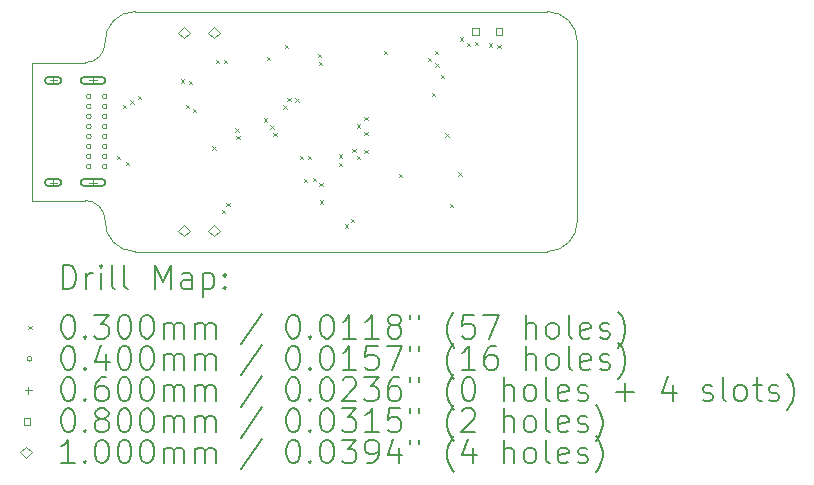
<source format=gbr>
%TF.GenerationSoftware,KiCad,Pcbnew,7.0.6*%
%TF.CreationDate,2024-02-06T23:20:28+01:00*%
%TF.ProjectId,USB2CANv2,55534232-4341-44e7-9632-2e6b69636164,0_2*%
%TF.SameCoordinates,Original*%
%TF.FileFunction,Drillmap*%
%TF.FilePolarity,Positive*%
%FSLAX45Y45*%
G04 Gerber Fmt 4.5, Leading zero omitted, Abs format (unit mm)*
G04 Created by KiCad (PCBNEW 7.0.6) date 2024-02-06 23:20:28*
%MOMM*%
%LPD*%
G01*
G04 APERTURE LIST*
%ADD10C,0.100000*%
%ADD11C,0.200000*%
%ADD12C,0.030000*%
%ADD13C,0.040000*%
%ADD14C,0.060000*%
%ADD15C,0.080000*%
G04 APERTURE END LIST*
D10*
X16712960Y-9001915D02*
X16712960Y-10525808D01*
X16712960Y-9001915D02*
G75*
G03*
X16458960Y-8747915I-254000J0D01*
G01*
X12969240Y-8747760D02*
X16458960Y-8747915D01*
X12969240Y-10779963D02*
X16458960Y-10779808D01*
X12099847Y-9179841D02*
X12099847Y-10347882D01*
X12547600Y-9179763D02*
X12099847Y-9179841D01*
X12547600Y-9179763D02*
G75*
G03*
X12715240Y-9012123I0J167640D01*
G01*
X12547600Y-10347960D02*
X12099847Y-10347882D01*
X12715240Y-10515600D02*
G75*
G03*
X12547600Y-10347960I-167640J0D01*
G01*
X12969240Y-8747760D02*
G75*
G03*
X12715240Y-9012123I0J-254204D01*
G01*
X12715240Y-10515600D02*
G75*
G03*
X12969240Y-10779963I254000J-10160D01*
G01*
X16458960Y-10779808D02*
G75*
G03*
X16712960Y-10525808I0J254000D01*
G01*
D11*
D12*
X12812000Y-9967200D02*
X12842000Y-9997200D01*
X12842000Y-9967200D02*
X12812000Y-9997200D01*
X12862800Y-9535400D02*
X12892800Y-9565400D01*
X12892800Y-9535400D02*
X12862800Y-9565400D01*
X12888200Y-10018000D02*
X12918200Y-10048000D01*
X12918200Y-10018000D02*
X12888200Y-10048000D01*
X12926300Y-9497300D02*
X12956300Y-9527300D01*
X12956300Y-9497300D02*
X12926300Y-9527300D01*
X12989800Y-9459200D02*
X13019800Y-9489200D01*
X13019800Y-9459200D02*
X12989800Y-9489200D01*
X13355100Y-9322500D02*
X13385100Y-9352500D01*
X13385100Y-9322500D02*
X13355100Y-9352500D01*
X13396200Y-9535400D02*
X13426200Y-9565400D01*
X13426200Y-9535400D02*
X13396200Y-9565400D01*
X13424318Y-9332596D02*
X13454318Y-9362596D01*
X13454318Y-9332596D02*
X13424318Y-9362596D01*
X13455763Y-9572079D02*
X13485763Y-9602079D01*
X13485763Y-9572079D02*
X13455763Y-9602079D01*
X13621119Y-9887319D02*
X13651119Y-9917319D01*
X13651119Y-9887319D02*
X13621119Y-9917319D01*
X13650200Y-9154400D02*
X13680200Y-9184400D01*
X13680200Y-9154400D02*
X13650200Y-9184400D01*
X13701000Y-10424400D02*
X13731000Y-10454400D01*
X13731000Y-10424400D02*
X13701000Y-10454400D01*
X13720150Y-9154400D02*
X13750150Y-9184400D01*
X13750150Y-9154400D02*
X13720150Y-9184400D01*
X13741992Y-10366307D02*
X13771992Y-10396307D01*
X13771992Y-10366307D02*
X13741992Y-10396307D01*
X13817000Y-9735000D02*
X13847000Y-9765000D01*
X13847000Y-9735000D02*
X13817000Y-9765000D01*
X13826635Y-9799232D02*
X13856635Y-9829232D01*
X13856635Y-9799232D02*
X13826635Y-9829232D01*
X14056600Y-9649700D02*
X14086600Y-9679700D01*
X14086600Y-9649700D02*
X14056600Y-9679700D01*
X14082000Y-9129000D02*
X14112000Y-9159000D01*
X14112000Y-9129000D02*
X14082000Y-9159000D01*
X14112560Y-9709650D02*
X14142560Y-9739650D01*
X14142560Y-9709650D02*
X14112560Y-9739650D01*
X14136972Y-9775202D02*
X14166972Y-9805202D01*
X14166972Y-9775202D02*
X14136972Y-9805202D01*
X14221700Y-9539750D02*
X14251700Y-9569750D01*
X14251700Y-9539750D02*
X14221700Y-9569750D01*
X14234400Y-9027400D02*
X14264400Y-9057400D01*
X14264400Y-9027400D02*
X14234400Y-9057400D01*
X14255802Y-9478089D02*
X14285802Y-9508089D01*
X14285802Y-9478089D02*
X14255802Y-9508089D01*
X14325617Y-9482436D02*
X14355617Y-9512436D01*
X14355617Y-9482436D02*
X14325617Y-9512436D01*
X14361400Y-9967200D02*
X14391400Y-9997200D01*
X14391400Y-9967200D02*
X14361400Y-9997200D01*
X14396750Y-10164621D02*
X14426750Y-10194621D01*
X14426750Y-10164621D02*
X14396750Y-10194621D01*
X14431350Y-9967200D02*
X14461350Y-9997200D01*
X14461350Y-9967200D02*
X14431350Y-9997200D01*
X14472000Y-10154000D02*
X14502000Y-10184000D01*
X14502000Y-10154000D02*
X14472000Y-10184000D01*
X14513800Y-9103600D02*
X14543800Y-9133600D01*
X14543800Y-9103600D02*
X14513800Y-9133600D01*
X14522511Y-9173006D02*
X14552511Y-9203006D01*
X14552511Y-9173006D02*
X14522511Y-9203006D01*
X14529000Y-10197000D02*
X14559000Y-10227000D01*
X14559000Y-10197000D02*
X14529000Y-10227000D01*
X14531580Y-10346964D02*
X14561580Y-10376964D01*
X14561580Y-10346964D02*
X14531580Y-10376964D01*
X14691600Y-9958274D02*
X14721600Y-9988274D01*
X14721600Y-9958274D02*
X14691600Y-9988274D01*
X14691600Y-10028224D02*
X14721600Y-10058224D01*
X14721600Y-10028224D02*
X14691600Y-10058224D01*
X14743000Y-10550000D02*
X14773000Y-10580000D01*
X14773000Y-10550000D02*
X14743000Y-10580000D01*
X14794300Y-10501700D02*
X14824300Y-10531700D01*
X14824300Y-10501700D02*
X14794300Y-10531700D01*
X14806242Y-9910520D02*
X14836242Y-9940520D01*
X14836242Y-9910520D02*
X14806242Y-9940520D01*
X14844000Y-9700500D02*
X14874000Y-9730500D01*
X14874000Y-9700500D02*
X14844000Y-9730500D01*
X14845969Y-9968311D02*
X14875969Y-9998311D01*
X14875969Y-9968311D02*
X14845969Y-9998311D01*
X14907500Y-9637000D02*
X14937500Y-9667000D01*
X14937500Y-9637000D02*
X14907500Y-9667000D01*
X14907500Y-9764000D02*
X14937500Y-9794000D01*
X14937500Y-9764000D02*
X14907500Y-9794000D01*
X14907500Y-9916400D02*
X14937500Y-9946400D01*
X14937500Y-9916400D02*
X14907500Y-9946400D01*
X15072600Y-9078200D02*
X15102600Y-9108200D01*
X15102600Y-9078200D02*
X15072600Y-9108200D01*
X15199600Y-10119600D02*
X15229600Y-10149600D01*
X15229600Y-10119600D02*
X15199600Y-10149600D01*
X15447000Y-9138150D02*
X15477000Y-9168150D01*
X15477000Y-9138150D02*
X15447000Y-9168150D01*
X15479000Y-9433800D02*
X15509000Y-9463800D01*
X15509000Y-9433800D02*
X15479000Y-9463800D01*
X15504400Y-9078200D02*
X15534400Y-9108200D01*
X15534400Y-9078200D02*
X15504400Y-9108200D01*
X15511790Y-9187024D02*
X15541790Y-9217024D01*
X15541790Y-9187024D02*
X15511790Y-9217024D01*
X15555200Y-9281400D02*
X15585200Y-9311400D01*
X15585200Y-9281400D02*
X15555200Y-9311400D01*
X15593300Y-9776700D02*
X15623300Y-9806700D01*
X15623300Y-9776700D02*
X15593300Y-9806700D01*
X15631400Y-10373600D02*
X15661400Y-10403600D01*
X15661400Y-10373600D02*
X15631400Y-10403600D01*
X15707000Y-10107000D02*
X15737000Y-10137000D01*
X15737000Y-10107000D02*
X15707000Y-10137000D01*
X15717760Y-8966440D02*
X15747760Y-8996440D01*
X15747760Y-8966440D02*
X15717760Y-8996440D01*
X15775337Y-9013110D02*
X15805337Y-9043110D01*
X15805337Y-9013110D02*
X15775337Y-9043110D01*
X15844760Y-9004540D02*
X15874760Y-9034540D01*
X15874760Y-9004540D02*
X15844760Y-9034540D01*
X15961600Y-9018250D02*
X15991600Y-9048250D01*
X15991600Y-9018250D02*
X15961600Y-9048250D01*
X16036200Y-9029940D02*
X16066200Y-9059940D01*
X16066200Y-9029940D02*
X16036200Y-9059940D01*
D13*
X12596340Y-9466260D02*
G75*
G03*
X12596340Y-9466260I-20000J0D01*
G01*
X12596340Y-9551260D02*
G75*
G03*
X12596340Y-9551260I-20000J0D01*
G01*
X12596340Y-9636260D02*
G75*
G03*
X12596340Y-9636260I-20000J0D01*
G01*
X12596340Y-9721260D02*
G75*
G03*
X12596340Y-9721260I-20000J0D01*
G01*
X12596340Y-9806260D02*
G75*
G03*
X12596340Y-9806260I-20000J0D01*
G01*
X12596340Y-9891260D02*
G75*
G03*
X12596340Y-9891260I-20000J0D01*
G01*
X12596340Y-9976260D02*
G75*
G03*
X12596340Y-9976260I-20000J0D01*
G01*
X12596340Y-10061260D02*
G75*
G03*
X12596340Y-10061260I-20000J0D01*
G01*
X12731340Y-9466260D02*
G75*
G03*
X12731340Y-9466260I-20000J0D01*
G01*
X12731340Y-9551260D02*
G75*
G03*
X12731340Y-9551260I-20000J0D01*
G01*
X12731340Y-9636260D02*
G75*
G03*
X12731340Y-9636260I-20000J0D01*
G01*
X12731340Y-9721260D02*
G75*
G03*
X12731340Y-9721260I-20000J0D01*
G01*
X12731340Y-9806260D02*
G75*
G03*
X12731340Y-9806260I-20000J0D01*
G01*
X12731340Y-9891260D02*
G75*
G03*
X12731340Y-9891260I-20000J0D01*
G01*
X12731340Y-9976260D02*
G75*
G03*
X12731340Y-9976260I-20000J0D01*
G01*
X12731340Y-10061260D02*
G75*
G03*
X12731340Y-10061260I-20000J0D01*
G01*
D14*
X12275340Y-9301260D02*
X12275340Y-9361260D01*
X12245340Y-9331260D02*
X12305340Y-9331260D01*
D11*
X12315340Y-9301260D02*
X12235340Y-9301260D01*
X12235340Y-9301260D02*
G75*
G03*
X12235340Y-9361260I0J-30000D01*
G01*
X12235340Y-9361260D02*
X12315340Y-9361260D01*
X12315340Y-9361260D02*
G75*
G03*
X12315340Y-9301260I0J30000D01*
G01*
D14*
X12275340Y-10166260D02*
X12275340Y-10226260D01*
X12245340Y-10196260D02*
X12305340Y-10196260D01*
D11*
X12315340Y-10166260D02*
X12235340Y-10166260D01*
X12235340Y-10166260D02*
G75*
G03*
X12235340Y-10226260I0J-30000D01*
G01*
X12235340Y-10226260D02*
X12315340Y-10226260D01*
X12315340Y-10226260D02*
G75*
G03*
X12315340Y-10166260I0J30000D01*
G01*
D14*
X12613340Y-9301260D02*
X12613340Y-9361260D01*
X12583340Y-9331260D02*
X12643340Y-9331260D01*
D11*
X12688340Y-9301260D02*
X12538340Y-9301260D01*
X12538340Y-9301260D02*
G75*
G03*
X12538340Y-9361260I0J-30000D01*
G01*
X12538340Y-9361260D02*
X12688340Y-9361260D01*
X12688340Y-9361260D02*
G75*
G03*
X12688340Y-9301260I0J30000D01*
G01*
D14*
X12613340Y-10166260D02*
X12613340Y-10226260D01*
X12583340Y-10196260D02*
X12643340Y-10196260D01*
D11*
X12688340Y-10166260D02*
X12538340Y-10166260D01*
X12538340Y-10166260D02*
G75*
G03*
X12538340Y-10226260I0J-30000D01*
G01*
X12538340Y-10226260D02*
X12688340Y-10226260D01*
X12688340Y-10226260D02*
G75*
G03*
X12688340Y-10166260I0J30000D01*
G01*
D15*
X15879484Y-8943685D02*
X15879484Y-8887116D01*
X15822915Y-8887116D01*
X15822915Y-8943685D01*
X15879484Y-8943685D01*
X16079484Y-8943685D02*
X16079484Y-8887116D01*
X16022915Y-8887116D01*
X16022915Y-8943685D01*
X16079484Y-8943685D01*
D10*
X13386300Y-8975560D02*
X13436300Y-8925560D01*
X13386300Y-8875560D01*
X13336300Y-8925560D01*
X13386300Y-8975560D01*
X13386300Y-10651960D02*
X13436300Y-10601960D01*
X13386300Y-10551960D01*
X13336300Y-10601960D01*
X13386300Y-10651960D01*
X13640300Y-8975560D02*
X13690300Y-8925560D01*
X13640300Y-8875560D01*
X13590300Y-8925560D01*
X13640300Y-8975560D01*
X13640300Y-10651960D02*
X13690300Y-10601960D01*
X13640300Y-10551960D01*
X13590300Y-10601960D01*
X13640300Y-10651960D01*
D11*
X12355624Y-11096447D02*
X12355624Y-10896447D01*
X12355624Y-10896447D02*
X12403243Y-10896447D01*
X12403243Y-10896447D02*
X12431814Y-10905971D01*
X12431814Y-10905971D02*
X12450862Y-10925018D01*
X12450862Y-10925018D02*
X12460385Y-10944066D01*
X12460385Y-10944066D02*
X12469909Y-10982161D01*
X12469909Y-10982161D02*
X12469909Y-11010733D01*
X12469909Y-11010733D02*
X12460385Y-11048828D01*
X12460385Y-11048828D02*
X12450862Y-11067875D01*
X12450862Y-11067875D02*
X12431814Y-11086923D01*
X12431814Y-11086923D02*
X12403243Y-11096447D01*
X12403243Y-11096447D02*
X12355624Y-11096447D01*
X12555624Y-11096447D02*
X12555624Y-10963114D01*
X12555624Y-11001209D02*
X12565147Y-10982161D01*
X12565147Y-10982161D02*
X12574671Y-10972637D01*
X12574671Y-10972637D02*
X12593719Y-10963114D01*
X12593719Y-10963114D02*
X12612766Y-10963114D01*
X12679433Y-11096447D02*
X12679433Y-10963114D01*
X12679433Y-10896447D02*
X12669909Y-10905971D01*
X12669909Y-10905971D02*
X12679433Y-10915495D01*
X12679433Y-10915495D02*
X12688957Y-10905971D01*
X12688957Y-10905971D02*
X12679433Y-10896447D01*
X12679433Y-10896447D02*
X12679433Y-10915495D01*
X12803243Y-11096447D02*
X12784195Y-11086923D01*
X12784195Y-11086923D02*
X12774671Y-11067875D01*
X12774671Y-11067875D02*
X12774671Y-10896447D01*
X12908004Y-11096447D02*
X12888957Y-11086923D01*
X12888957Y-11086923D02*
X12879433Y-11067875D01*
X12879433Y-11067875D02*
X12879433Y-10896447D01*
X13136576Y-11096447D02*
X13136576Y-10896447D01*
X13136576Y-10896447D02*
X13203243Y-11039304D01*
X13203243Y-11039304D02*
X13269909Y-10896447D01*
X13269909Y-10896447D02*
X13269909Y-11096447D01*
X13450862Y-11096447D02*
X13450862Y-10991685D01*
X13450862Y-10991685D02*
X13441338Y-10972637D01*
X13441338Y-10972637D02*
X13422290Y-10963114D01*
X13422290Y-10963114D02*
X13384195Y-10963114D01*
X13384195Y-10963114D02*
X13365147Y-10972637D01*
X13450862Y-11086923D02*
X13431814Y-11096447D01*
X13431814Y-11096447D02*
X13384195Y-11096447D01*
X13384195Y-11096447D02*
X13365147Y-11086923D01*
X13365147Y-11086923D02*
X13355624Y-11067875D01*
X13355624Y-11067875D02*
X13355624Y-11048828D01*
X13355624Y-11048828D02*
X13365147Y-11029780D01*
X13365147Y-11029780D02*
X13384195Y-11020256D01*
X13384195Y-11020256D02*
X13431814Y-11020256D01*
X13431814Y-11020256D02*
X13450862Y-11010733D01*
X13546100Y-10963114D02*
X13546100Y-11163114D01*
X13546100Y-10972637D02*
X13565147Y-10963114D01*
X13565147Y-10963114D02*
X13603243Y-10963114D01*
X13603243Y-10963114D02*
X13622290Y-10972637D01*
X13622290Y-10972637D02*
X13631814Y-10982161D01*
X13631814Y-10982161D02*
X13641338Y-11001209D01*
X13641338Y-11001209D02*
X13641338Y-11058352D01*
X13641338Y-11058352D02*
X13631814Y-11077399D01*
X13631814Y-11077399D02*
X13622290Y-11086923D01*
X13622290Y-11086923D02*
X13603243Y-11096447D01*
X13603243Y-11096447D02*
X13565147Y-11096447D01*
X13565147Y-11096447D02*
X13546100Y-11086923D01*
X13727052Y-11077399D02*
X13736576Y-11086923D01*
X13736576Y-11086923D02*
X13727052Y-11096447D01*
X13727052Y-11096447D02*
X13717528Y-11086923D01*
X13717528Y-11086923D02*
X13727052Y-11077399D01*
X13727052Y-11077399D02*
X13727052Y-11096447D01*
X13727052Y-10972637D02*
X13736576Y-10982161D01*
X13736576Y-10982161D02*
X13727052Y-10991685D01*
X13727052Y-10991685D02*
X13717528Y-10982161D01*
X13717528Y-10982161D02*
X13727052Y-10972637D01*
X13727052Y-10972637D02*
X13727052Y-10991685D01*
D12*
X12064847Y-11409963D02*
X12094847Y-11439963D01*
X12094847Y-11409963D02*
X12064847Y-11439963D01*
D11*
X12393719Y-11316447D02*
X12412766Y-11316447D01*
X12412766Y-11316447D02*
X12431814Y-11325971D01*
X12431814Y-11325971D02*
X12441338Y-11335494D01*
X12441338Y-11335494D02*
X12450862Y-11354542D01*
X12450862Y-11354542D02*
X12460385Y-11392637D01*
X12460385Y-11392637D02*
X12460385Y-11440256D01*
X12460385Y-11440256D02*
X12450862Y-11478352D01*
X12450862Y-11478352D02*
X12441338Y-11497399D01*
X12441338Y-11497399D02*
X12431814Y-11506923D01*
X12431814Y-11506923D02*
X12412766Y-11516447D01*
X12412766Y-11516447D02*
X12393719Y-11516447D01*
X12393719Y-11516447D02*
X12374671Y-11506923D01*
X12374671Y-11506923D02*
X12365147Y-11497399D01*
X12365147Y-11497399D02*
X12355624Y-11478352D01*
X12355624Y-11478352D02*
X12346100Y-11440256D01*
X12346100Y-11440256D02*
X12346100Y-11392637D01*
X12346100Y-11392637D02*
X12355624Y-11354542D01*
X12355624Y-11354542D02*
X12365147Y-11335494D01*
X12365147Y-11335494D02*
X12374671Y-11325971D01*
X12374671Y-11325971D02*
X12393719Y-11316447D01*
X12546100Y-11497399D02*
X12555624Y-11506923D01*
X12555624Y-11506923D02*
X12546100Y-11516447D01*
X12546100Y-11516447D02*
X12536576Y-11506923D01*
X12536576Y-11506923D02*
X12546100Y-11497399D01*
X12546100Y-11497399D02*
X12546100Y-11516447D01*
X12622290Y-11316447D02*
X12746100Y-11316447D01*
X12746100Y-11316447D02*
X12679433Y-11392637D01*
X12679433Y-11392637D02*
X12708005Y-11392637D01*
X12708005Y-11392637D02*
X12727052Y-11402161D01*
X12727052Y-11402161D02*
X12736576Y-11411685D01*
X12736576Y-11411685D02*
X12746100Y-11430733D01*
X12746100Y-11430733D02*
X12746100Y-11478352D01*
X12746100Y-11478352D02*
X12736576Y-11497399D01*
X12736576Y-11497399D02*
X12727052Y-11506923D01*
X12727052Y-11506923D02*
X12708005Y-11516447D01*
X12708005Y-11516447D02*
X12650862Y-11516447D01*
X12650862Y-11516447D02*
X12631814Y-11506923D01*
X12631814Y-11506923D02*
X12622290Y-11497399D01*
X12869909Y-11316447D02*
X12888957Y-11316447D01*
X12888957Y-11316447D02*
X12908005Y-11325971D01*
X12908005Y-11325971D02*
X12917528Y-11335494D01*
X12917528Y-11335494D02*
X12927052Y-11354542D01*
X12927052Y-11354542D02*
X12936576Y-11392637D01*
X12936576Y-11392637D02*
X12936576Y-11440256D01*
X12936576Y-11440256D02*
X12927052Y-11478352D01*
X12927052Y-11478352D02*
X12917528Y-11497399D01*
X12917528Y-11497399D02*
X12908005Y-11506923D01*
X12908005Y-11506923D02*
X12888957Y-11516447D01*
X12888957Y-11516447D02*
X12869909Y-11516447D01*
X12869909Y-11516447D02*
X12850862Y-11506923D01*
X12850862Y-11506923D02*
X12841338Y-11497399D01*
X12841338Y-11497399D02*
X12831814Y-11478352D01*
X12831814Y-11478352D02*
X12822290Y-11440256D01*
X12822290Y-11440256D02*
X12822290Y-11392637D01*
X12822290Y-11392637D02*
X12831814Y-11354542D01*
X12831814Y-11354542D02*
X12841338Y-11335494D01*
X12841338Y-11335494D02*
X12850862Y-11325971D01*
X12850862Y-11325971D02*
X12869909Y-11316447D01*
X13060385Y-11316447D02*
X13079433Y-11316447D01*
X13079433Y-11316447D02*
X13098481Y-11325971D01*
X13098481Y-11325971D02*
X13108005Y-11335494D01*
X13108005Y-11335494D02*
X13117528Y-11354542D01*
X13117528Y-11354542D02*
X13127052Y-11392637D01*
X13127052Y-11392637D02*
X13127052Y-11440256D01*
X13127052Y-11440256D02*
X13117528Y-11478352D01*
X13117528Y-11478352D02*
X13108005Y-11497399D01*
X13108005Y-11497399D02*
X13098481Y-11506923D01*
X13098481Y-11506923D02*
X13079433Y-11516447D01*
X13079433Y-11516447D02*
X13060385Y-11516447D01*
X13060385Y-11516447D02*
X13041338Y-11506923D01*
X13041338Y-11506923D02*
X13031814Y-11497399D01*
X13031814Y-11497399D02*
X13022290Y-11478352D01*
X13022290Y-11478352D02*
X13012766Y-11440256D01*
X13012766Y-11440256D02*
X13012766Y-11392637D01*
X13012766Y-11392637D02*
X13022290Y-11354542D01*
X13022290Y-11354542D02*
X13031814Y-11335494D01*
X13031814Y-11335494D02*
X13041338Y-11325971D01*
X13041338Y-11325971D02*
X13060385Y-11316447D01*
X13212766Y-11516447D02*
X13212766Y-11383113D01*
X13212766Y-11402161D02*
X13222290Y-11392637D01*
X13222290Y-11392637D02*
X13241338Y-11383113D01*
X13241338Y-11383113D02*
X13269909Y-11383113D01*
X13269909Y-11383113D02*
X13288957Y-11392637D01*
X13288957Y-11392637D02*
X13298481Y-11411685D01*
X13298481Y-11411685D02*
X13298481Y-11516447D01*
X13298481Y-11411685D02*
X13308005Y-11392637D01*
X13308005Y-11392637D02*
X13327052Y-11383113D01*
X13327052Y-11383113D02*
X13355624Y-11383113D01*
X13355624Y-11383113D02*
X13374671Y-11392637D01*
X13374671Y-11392637D02*
X13384195Y-11411685D01*
X13384195Y-11411685D02*
X13384195Y-11516447D01*
X13479433Y-11516447D02*
X13479433Y-11383113D01*
X13479433Y-11402161D02*
X13488957Y-11392637D01*
X13488957Y-11392637D02*
X13508005Y-11383113D01*
X13508005Y-11383113D02*
X13536576Y-11383113D01*
X13536576Y-11383113D02*
X13555624Y-11392637D01*
X13555624Y-11392637D02*
X13565147Y-11411685D01*
X13565147Y-11411685D02*
X13565147Y-11516447D01*
X13565147Y-11411685D02*
X13574671Y-11392637D01*
X13574671Y-11392637D02*
X13593719Y-11383113D01*
X13593719Y-11383113D02*
X13622290Y-11383113D01*
X13622290Y-11383113D02*
X13641338Y-11392637D01*
X13641338Y-11392637D02*
X13650862Y-11411685D01*
X13650862Y-11411685D02*
X13650862Y-11516447D01*
X14041338Y-11306923D02*
X13869909Y-11564066D01*
X14298481Y-11316447D02*
X14317529Y-11316447D01*
X14317529Y-11316447D02*
X14336576Y-11325971D01*
X14336576Y-11325971D02*
X14346100Y-11335494D01*
X14346100Y-11335494D02*
X14355624Y-11354542D01*
X14355624Y-11354542D02*
X14365148Y-11392637D01*
X14365148Y-11392637D02*
X14365148Y-11440256D01*
X14365148Y-11440256D02*
X14355624Y-11478352D01*
X14355624Y-11478352D02*
X14346100Y-11497399D01*
X14346100Y-11497399D02*
X14336576Y-11506923D01*
X14336576Y-11506923D02*
X14317529Y-11516447D01*
X14317529Y-11516447D02*
X14298481Y-11516447D01*
X14298481Y-11516447D02*
X14279433Y-11506923D01*
X14279433Y-11506923D02*
X14269909Y-11497399D01*
X14269909Y-11497399D02*
X14260386Y-11478352D01*
X14260386Y-11478352D02*
X14250862Y-11440256D01*
X14250862Y-11440256D02*
X14250862Y-11392637D01*
X14250862Y-11392637D02*
X14260386Y-11354542D01*
X14260386Y-11354542D02*
X14269909Y-11335494D01*
X14269909Y-11335494D02*
X14279433Y-11325971D01*
X14279433Y-11325971D02*
X14298481Y-11316447D01*
X14450862Y-11497399D02*
X14460386Y-11506923D01*
X14460386Y-11506923D02*
X14450862Y-11516447D01*
X14450862Y-11516447D02*
X14441338Y-11506923D01*
X14441338Y-11506923D02*
X14450862Y-11497399D01*
X14450862Y-11497399D02*
X14450862Y-11516447D01*
X14584195Y-11316447D02*
X14603243Y-11316447D01*
X14603243Y-11316447D02*
X14622290Y-11325971D01*
X14622290Y-11325971D02*
X14631814Y-11335494D01*
X14631814Y-11335494D02*
X14641338Y-11354542D01*
X14641338Y-11354542D02*
X14650862Y-11392637D01*
X14650862Y-11392637D02*
X14650862Y-11440256D01*
X14650862Y-11440256D02*
X14641338Y-11478352D01*
X14641338Y-11478352D02*
X14631814Y-11497399D01*
X14631814Y-11497399D02*
X14622290Y-11506923D01*
X14622290Y-11506923D02*
X14603243Y-11516447D01*
X14603243Y-11516447D02*
X14584195Y-11516447D01*
X14584195Y-11516447D02*
X14565148Y-11506923D01*
X14565148Y-11506923D02*
X14555624Y-11497399D01*
X14555624Y-11497399D02*
X14546100Y-11478352D01*
X14546100Y-11478352D02*
X14536576Y-11440256D01*
X14536576Y-11440256D02*
X14536576Y-11392637D01*
X14536576Y-11392637D02*
X14546100Y-11354542D01*
X14546100Y-11354542D02*
X14555624Y-11335494D01*
X14555624Y-11335494D02*
X14565148Y-11325971D01*
X14565148Y-11325971D02*
X14584195Y-11316447D01*
X14841338Y-11516447D02*
X14727052Y-11516447D01*
X14784195Y-11516447D02*
X14784195Y-11316447D01*
X14784195Y-11316447D02*
X14765148Y-11345018D01*
X14765148Y-11345018D02*
X14746100Y-11364066D01*
X14746100Y-11364066D02*
X14727052Y-11373590D01*
X15031814Y-11516447D02*
X14917529Y-11516447D01*
X14974671Y-11516447D02*
X14974671Y-11316447D01*
X14974671Y-11316447D02*
X14955624Y-11345018D01*
X14955624Y-11345018D02*
X14936576Y-11364066D01*
X14936576Y-11364066D02*
X14917529Y-11373590D01*
X15146100Y-11402161D02*
X15127052Y-11392637D01*
X15127052Y-11392637D02*
X15117529Y-11383113D01*
X15117529Y-11383113D02*
X15108005Y-11364066D01*
X15108005Y-11364066D02*
X15108005Y-11354542D01*
X15108005Y-11354542D02*
X15117529Y-11335494D01*
X15117529Y-11335494D02*
X15127052Y-11325971D01*
X15127052Y-11325971D02*
X15146100Y-11316447D01*
X15146100Y-11316447D02*
X15184195Y-11316447D01*
X15184195Y-11316447D02*
X15203243Y-11325971D01*
X15203243Y-11325971D02*
X15212767Y-11335494D01*
X15212767Y-11335494D02*
X15222290Y-11354542D01*
X15222290Y-11354542D02*
X15222290Y-11364066D01*
X15222290Y-11364066D02*
X15212767Y-11383113D01*
X15212767Y-11383113D02*
X15203243Y-11392637D01*
X15203243Y-11392637D02*
X15184195Y-11402161D01*
X15184195Y-11402161D02*
X15146100Y-11402161D01*
X15146100Y-11402161D02*
X15127052Y-11411685D01*
X15127052Y-11411685D02*
X15117529Y-11421209D01*
X15117529Y-11421209D02*
X15108005Y-11440256D01*
X15108005Y-11440256D02*
X15108005Y-11478352D01*
X15108005Y-11478352D02*
X15117529Y-11497399D01*
X15117529Y-11497399D02*
X15127052Y-11506923D01*
X15127052Y-11506923D02*
X15146100Y-11516447D01*
X15146100Y-11516447D02*
X15184195Y-11516447D01*
X15184195Y-11516447D02*
X15203243Y-11506923D01*
X15203243Y-11506923D02*
X15212767Y-11497399D01*
X15212767Y-11497399D02*
X15222290Y-11478352D01*
X15222290Y-11478352D02*
X15222290Y-11440256D01*
X15222290Y-11440256D02*
X15212767Y-11421209D01*
X15212767Y-11421209D02*
X15203243Y-11411685D01*
X15203243Y-11411685D02*
X15184195Y-11402161D01*
X15298481Y-11316447D02*
X15298481Y-11354542D01*
X15374671Y-11316447D02*
X15374671Y-11354542D01*
X15669910Y-11592637D02*
X15660386Y-11583113D01*
X15660386Y-11583113D02*
X15641338Y-11554542D01*
X15641338Y-11554542D02*
X15631814Y-11535494D01*
X15631814Y-11535494D02*
X15622291Y-11506923D01*
X15622291Y-11506923D02*
X15612767Y-11459304D01*
X15612767Y-11459304D02*
X15612767Y-11421209D01*
X15612767Y-11421209D02*
X15622291Y-11373590D01*
X15622291Y-11373590D02*
X15631814Y-11345018D01*
X15631814Y-11345018D02*
X15641338Y-11325971D01*
X15641338Y-11325971D02*
X15660386Y-11297399D01*
X15660386Y-11297399D02*
X15669910Y-11287875D01*
X15841338Y-11316447D02*
X15746100Y-11316447D01*
X15746100Y-11316447D02*
X15736576Y-11411685D01*
X15736576Y-11411685D02*
X15746100Y-11402161D01*
X15746100Y-11402161D02*
X15765148Y-11392637D01*
X15765148Y-11392637D02*
X15812767Y-11392637D01*
X15812767Y-11392637D02*
X15831814Y-11402161D01*
X15831814Y-11402161D02*
X15841338Y-11411685D01*
X15841338Y-11411685D02*
X15850862Y-11430733D01*
X15850862Y-11430733D02*
X15850862Y-11478352D01*
X15850862Y-11478352D02*
X15841338Y-11497399D01*
X15841338Y-11497399D02*
X15831814Y-11506923D01*
X15831814Y-11506923D02*
X15812767Y-11516447D01*
X15812767Y-11516447D02*
X15765148Y-11516447D01*
X15765148Y-11516447D02*
X15746100Y-11506923D01*
X15746100Y-11506923D02*
X15736576Y-11497399D01*
X15917529Y-11316447D02*
X16050862Y-11316447D01*
X16050862Y-11316447D02*
X15965148Y-11516447D01*
X16279433Y-11516447D02*
X16279433Y-11316447D01*
X16365148Y-11516447D02*
X16365148Y-11411685D01*
X16365148Y-11411685D02*
X16355624Y-11392637D01*
X16355624Y-11392637D02*
X16336576Y-11383113D01*
X16336576Y-11383113D02*
X16308005Y-11383113D01*
X16308005Y-11383113D02*
X16288957Y-11392637D01*
X16288957Y-11392637D02*
X16279433Y-11402161D01*
X16488957Y-11516447D02*
X16469910Y-11506923D01*
X16469910Y-11506923D02*
X16460386Y-11497399D01*
X16460386Y-11497399D02*
X16450862Y-11478352D01*
X16450862Y-11478352D02*
X16450862Y-11421209D01*
X16450862Y-11421209D02*
X16460386Y-11402161D01*
X16460386Y-11402161D02*
X16469910Y-11392637D01*
X16469910Y-11392637D02*
X16488957Y-11383113D01*
X16488957Y-11383113D02*
X16517529Y-11383113D01*
X16517529Y-11383113D02*
X16536576Y-11392637D01*
X16536576Y-11392637D02*
X16546100Y-11402161D01*
X16546100Y-11402161D02*
X16555624Y-11421209D01*
X16555624Y-11421209D02*
X16555624Y-11478352D01*
X16555624Y-11478352D02*
X16546100Y-11497399D01*
X16546100Y-11497399D02*
X16536576Y-11506923D01*
X16536576Y-11506923D02*
X16517529Y-11516447D01*
X16517529Y-11516447D02*
X16488957Y-11516447D01*
X16669910Y-11516447D02*
X16650862Y-11506923D01*
X16650862Y-11506923D02*
X16641338Y-11487875D01*
X16641338Y-11487875D02*
X16641338Y-11316447D01*
X16822291Y-11506923D02*
X16803243Y-11516447D01*
X16803243Y-11516447D02*
X16765148Y-11516447D01*
X16765148Y-11516447D02*
X16746100Y-11506923D01*
X16746100Y-11506923D02*
X16736576Y-11487875D01*
X16736576Y-11487875D02*
X16736576Y-11411685D01*
X16736576Y-11411685D02*
X16746100Y-11392637D01*
X16746100Y-11392637D02*
X16765148Y-11383113D01*
X16765148Y-11383113D02*
X16803243Y-11383113D01*
X16803243Y-11383113D02*
X16822291Y-11392637D01*
X16822291Y-11392637D02*
X16831815Y-11411685D01*
X16831815Y-11411685D02*
X16831815Y-11430733D01*
X16831815Y-11430733D02*
X16736576Y-11449780D01*
X16908005Y-11506923D02*
X16927053Y-11516447D01*
X16927053Y-11516447D02*
X16965148Y-11516447D01*
X16965148Y-11516447D02*
X16984196Y-11506923D01*
X16984196Y-11506923D02*
X16993719Y-11487875D01*
X16993719Y-11487875D02*
X16993719Y-11478352D01*
X16993719Y-11478352D02*
X16984196Y-11459304D01*
X16984196Y-11459304D02*
X16965148Y-11449780D01*
X16965148Y-11449780D02*
X16936576Y-11449780D01*
X16936576Y-11449780D02*
X16917529Y-11440256D01*
X16917529Y-11440256D02*
X16908005Y-11421209D01*
X16908005Y-11421209D02*
X16908005Y-11411685D01*
X16908005Y-11411685D02*
X16917529Y-11392637D01*
X16917529Y-11392637D02*
X16936576Y-11383113D01*
X16936576Y-11383113D02*
X16965148Y-11383113D01*
X16965148Y-11383113D02*
X16984196Y-11392637D01*
X17060386Y-11592637D02*
X17069910Y-11583113D01*
X17069910Y-11583113D02*
X17088957Y-11554542D01*
X17088957Y-11554542D02*
X17098481Y-11535494D01*
X17098481Y-11535494D02*
X17108005Y-11506923D01*
X17108005Y-11506923D02*
X17117529Y-11459304D01*
X17117529Y-11459304D02*
X17117529Y-11421209D01*
X17117529Y-11421209D02*
X17108005Y-11373590D01*
X17108005Y-11373590D02*
X17098481Y-11345018D01*
X17098481Y-11345018D02*
X17088957Y-11325971D01*
X17088957Y-11325971D02*
X17069910Y-11297399D01*
X17069910Y-11297399D02*
X17060386Y-11287875D01*
D13*
X12094847Y-11688963D02*
G75*
G03*
X12094847Y-11688963I-20000J0D01*
G01*
D11*
X12393719Y-11580447D02*
X12412766Y-11580447D01*
X12412766Y-11580447D02*
X12431814Y-11589971D01*
X12431814Y-11589971D02*
X12441338Y-11599494D01*
X12441338Y-11599494D02*
X12450862Y-11618542D01*
X12450862Y-11618542D02*
X12460385Y-11656637D01*
X12460385Y-11656637D02*
X12460385Y-11704256D01*
X12460385Y-11704256D02*
X12450862Y-11742352D01*
X12450862Y-11742352D02*
X12441338Y-11761399D01*
X12441338Y-11761399D02*
X12431814Y-11770923D01*
X12431814Y-11770923D02*
X12412766Y-11780447D01*
X12412766Y-11780447D02*
X12393719Y-11780447D01*
X12393719Y-11780447D02*
X12374671Y-11770923D01*
X12374671Y-11770923D02*
X12365147Y-11761399D01*
X12365147Y-11761399D02*
X12355624Y-11742352D01*
X12355624Y-11742352D02*
X12346100Y-11704256D01*
X12346100Y-11704256D02*
X12346100Y-11656637D01*
X12346100Y-11656637D02*
X12355624Y-11618542D01*
X12355624Y-11618542D02*
X12365147Y-11599494D01*
X12365147Y-11599494D02*
X12374671Y-11589971D01*
X12374671Y-11589971D02*
X12393719Y-11580447D01*
X12546100Y-11761399D02*
X12555624Y-11770923D01*
X12555624Y-11770923D02*
X12546100Y-11780447D01*
X12546100Y-11780447D02*
X12536576Y-11770923D01*
X12536576Y-11770923D02*
X12546100Y-11761399D01*
X12546100Y-11761399D02*
X12546100Y-11780447D01*
X12727052Y-11647113D02*
X12727052Y-11780447D01*
X12679433Y-11570923D02*
X12631814Y-11713780D01*
X12631814Y-11713780D02*
X12755624Y-11713780D01*
X12869909Y-11580447D02*
X12888957Y-11580447D01*
X12888957Y-11580447D02*
X12908005Y-11589971D01*
X12908005Y-11589971D02*
X12917528Y-11599494D01*
X12917528Y-11599494D02*
X12927052Y-11618542D01*
X12927052Y-11618542D02*
X12936576Y-11656637D01*
X12936576Y-11656637D02*
X12936576Y-11704256D01*
X12936576Y-11704256D02*
X12927052Y-11742352D01*
X12927052Y-11742352D02*
X12917528Y-11761399D01*
X12917528Y-11761399D02*
X12908005Y-11770923D01*
X12908005Y-11770923D02*
X12888957Y-11780447D01*
X12888957Y-11780447D02*
X12869909Y-11780447D01*
X12869909Y-11780447D02*
X12850862Y-11770923D01*
X12850862Y-11770923D02*
X12841338Y-11761399D01*
X12841338Y-11761399D02*
X12831814Y-11742352D01*
X12831814Y-11742352D02*
X12822290Y-11704256D01*
X12822290Y-11704256D02*
X12822290Y-11656637D01*
X12822290Y-11656637D02*
X12831814Y-11618542D01*
X12831814Y-11618542D02*
X12841338Y-11599494D01*
X12841338Y-11599494D02*
X12850862Y-11589971D01*
X12850862Y-11589971D02*
X12869909Y-11580447D01*
X13060385Y-11580447D02*
X13079433Y-11580447D01*
X13079433Y-11580447D02*
X13098481Y-11589971D01*
X13098481Y-11589971D02*
X13108005Y-11599494D01*
X13108005Y-11599494D02*
X13117528Y-11618542D01*
X13117528Y-11618542D02*
X13127052Y-11656637D01*
X13127052Y-11656637D02*
X13127052Y-11704256D01*
X13127052Y-11704256D02*
X13117528Y-11742352D01*
X13117528Y-11742352D02*
X13108005Y-11761399D01*
X13108005Y-11761399D02*
X13098481Y-11770923D01*
X13098481Y-11770923D02*
X13079433Y-11780447D01*
X13079433Y-11780447D02*
X13060385Y-11780447D01*
X13060385Y-11780447D02*
X13041338Y-11770923D01*
X13041338Y-11770923D02*
X13031814Y-11761399D01*
X13031814Y-11761399D02*
X13022290Y-11742352D01*
X13022290Y-11742352D02*
X13012766Y-11704256D01*
X13012766Y-11704256D02*
X13012766Y-11656637D01*
X13012766Y-11656637D02*
X13022290Y-11618542D01*
X13022290Y-11618542D02*
X13031814Y-11599494D01*
X13031814Y-11599494D02*
X13041338Y-11589971D01*
X13041338Y-11589971D02*
X13060385Y-11580447D01*
X13212766Y-11780447D02*
X13212766Y-11647113D01*
X13212766Y-11666161D02*
X13222290Y-11656637D01*
X13222290Y-11656637D02*
X13241338Y-11647113D01*
X13241338Y-11647113D02*
X13269909Y-11647113D01*
X13269909Y-11647113D02*
X13288957Y-11656637D01*
X13288957Y-11656637D02*
X13298481Y-11675685D01*
X13298481Y-11675685D02*
X13298481Y-11780447D01*
X13298481Y-11675685D02*
X13308005Y-11656637D01*
X13308005Y-11656637D02*
X13327052Y-11647113D01*
X13327052Y-11647113D02*
X13355624Y-11647113D01*
X13355624Y-11647113D02*
X13374671Y-11656637D01*
X13374671Y-11656637D02*
X13384195Y-11675685D01*
X13384195Y-11675685D02*
X13384195Y-11780447D01*
X13479433Y-11780447D02*
X13479433Y-11647113D01*
X13479433Y-11666161D02*
X13488957Y-11656637D01*
X13488957Y-11656637D02*
X13508005Y-11647113D01*
X13508005Y-11647113D02*
X13536576Y-11647113D01*
X13536576Y-11647113D02*
X13555624Y-11656637D01*
X13555624Y-11656637D02*
X13565147Y-11675685D01*
X13565147Y-11675685D02*
X13565147Y-11780447D01*
X13565147Y-11675685D02*
X13574671Y-11656637D01*
X13574671Y-11656637D02*
X13593719Y-11647113D01*
X13593719Y-11647113D02*
X13622290Y-11647113D01*
X13622290Y-11647113D02*
X13641338Y-11656637D01*
X13641338Y-11656637D02*
X13650862Y-11675685D01*
X13650862Y-11675685D02*
X13650862Y-11780447D01*
X14041338Y-11570923D02*
X13869909Y-11828066D01*
X14298481Y-11580447D02*
X14317529Y-11580447D01*
X14317529Y-11580447D02*
X14336576Y-11589971D01*
X14336576Y-11589971D02*
X14346100Y-11599494D01*
X14346100Y-11599494D02*
X14355624Y-11618542D01*
X14355624Y-11618542D02*
X14365148Y-11656637D01*
X14365148Y-11656637D02*
X14365148Y-11704256D01*
X14365148Y-11704256D02*
X14355624Y-11742352D01*
X14355624Y-11742352D02*
X14346100Y-11761399D01*
X14346100Y-11761399D02*
X14336576Y-11770923D01*
X14336576Y-11770923D02*
X14317529Y-11780447D01*
X14317529Y-11780447D02*
X14298481Y-11780447D01*
X14298481Y-11780447D02*
X14279433Y-11770923D01*
X14279433Y-11770923D02*
X14269909Y-11761399D01*
X14269909Y-11761399D02*
X14260386Y-11742352D01*
X14260386Y-11742352D02*
X14250862Y-11704256D01*
X14250862Y-11704256D02*
X14250862Y-11656637D01*
X14250862Y-11656637D02*
X14260386Y-11618542D01*
X14260386Y-11618542D02*
X14269909Y-11599494D01*
X14269909Y-11599494D02*
X14279433Y-11589971D01*
X14279433Y-11589971D02*
X14298481Y-11580447D01*
X14450862Y-11761399D02*
X14460386Y-11770923D01*
X14460386Y-11770923D02*
X14450862Y-11780447D01*
X14450862Y-11780447D02*
X14441338Y-11770923D01*
X14441338Y-11770923D02*
X14450862Y-11761399D01*
X14450862Y-11761399D02*
X14450862Y-11780447D01*
X14584195Y-11580447D02*
X14603243Y-11580447D01*
X14603243Y-11580447D02*
X14622290Y-11589971D01*
X14622290Y-11589971D02*
X14631814Y-11599494D01*
X14631814Y-11599494D02*
X14641338Y-11618542D01*
X14641338Y-11618542D02*
X14650862Y-11656637D01*
X14650862Y-11656637D02*
X14650862Y-11704256D01*
X14650862Y-11704256D02*
X14641338Y-11742352D01*
X14641338Y-11742352D02*
X14631814Y-11761399D01*
X14631814Y-11761399D02*
X14622290Y-11770923D01*
X14622290Y-11770923D02*
X14603243Y-11780447D01*
X14603243Y-11780447D02*
X14584195Y-11780447D01*
X14584195Y-11780447D02*
X14565148Y-11770923D01*
X14565148Y-11770923D02*
X14555624Y-11761399D01*
X14555624Y-11761399D02*
X14546100Y-11742352D01*
X14546100Y-11742352D02*
X14536576Y-11704256D01*
X14536576Y-11704256D02*
X14536576Y-11656637D01*
X14536576Y-11656637D02*
X14546100Y-11618542D01*
X14546100Y-11618542D02*
X14555624Y-11599494D01*
X14555624Y-11599494D02*
X14565148Y-11589971D01*
X14565148Y-11589971D02*
X14584195Y-11580447D01*
X14841338Y-11780447D02*
X14727052Y-11780447D01*
X14784195Y-11780447D02*
X14784195Y-11580447D01*
X14784195Y-11580447D02*
X14765148Y-11609018D01*
X14765148Y-11609018D02*
X14746100Y-11628066D01*
X14746100Y-11628066D02*
X14727052Y-11637590D01*
X15022290Y-11580447D02*
X14927052Y-11580447D01*
X14927052Y-11580447D02*
X14917529Y-11675685D01*
X14917529Y-11675685D02*
X14927052Y-11666161D01*
X14927052Y-11666161D02*
X14946100Y-11656637D01*
X14946100Y-11656637D02*
X14993719Y-11656637D01*
X14993719Y-11656637D02*
X15012767Y-11666161D01*
X15012767Y-11666161D02*
X15022290Y-11675685D01*
X15022290Y-11675685D02*
X15031814Y-11694733D01*
X15031814Y-11694733D02*
X15031814Y-11742352D01*
X15031814Y-11742352D02*
X15022290Y-11761399D01*
X15022290Y-11761399D02*
X15012767Y-11770923D01*
X15012767Y-11770923D02*
X14993719Y-11780447D01*
X14993719Y-11780447D02*
X14946100Y-11780447D01*
X14946100Y-11780447D02*
X14927052Y-11770923D01*
X14927052Y-11770923D02*
X14917529Y-11761399D01*
X15098481Y-11580447D02*
X15231814Y-11580447D01*
X15231814Y-11580447D02*
X15146100Y-11780447D01*
X15298481Y-11580447D02*
X15298481Y-11618542D01*
X15374671Y-11580447D02*
X15374671Y-11618542D01*
X15669910Y-11856637D02*
X15660386Y-11847113D01*
X15660386Y-11847113D02*
X15641338Y-11818542D01*
X15641338Y-11818542D02*
X15631814Y-11799494D01*
X15631814Y-11799494D02*
X15622291Y-11770923D01*
X15622291Y-11770923D02*
X15612767Y-11723304D01*
X15612767Y-11723304D02*
X15612767Y-11685209D01*
X15612767Y-11685209D02*
X15622291Y-11637590D01*
X15622291Y-11637590D02*
X15631814Y-11609018D01*
X15631814Y-11609018D02*
X15641338Y-11589971D01*
X15641338Y-11589971D02*
X15660386Y-11561399D01*
X15660386Y-11561399D02*
X15669910Y-11551875D01*
X15850862Y-11780447D02*
X15736576Y-11780447D01*
X15793719Y-11780447D02*
X15793719Y-11580447D01*
X15793719Y-11580447D02*
X15774671Y-11609018D01*
X15774671Y-11609018D02*
X15755624Y-11628066D01*
X15755624Y-11628066D02*
X15736576Y-11637590D01*
X16022291Y-11580447D02*
X15984195Y-11580447D01*
X15984195Y-11580447D02*
X15965148Y-11589971D01*
X15965148Y-11589971D02*
X15955624Y-11599494D01*
X15955624Y-11599494D02*
X15936576Y-11628066D01*
X15936576Y-11628066D02*
X15927052Y-11666161D01*
X15927052Y-11666161D02*
X15927052Y-11742352D01*
X15927052Y-11742352D02*
X15936576Y-11761399D01*
X15936576Y-11761399D02*
X15946100Y-11770923D01*
X15946100Y-11770923D02*
X15965148Y-11780447D01*
X15965148Y-11780447D02*
X16003243Y-11780447D01*
X16003243Y-11780447D02*
X16022291Y-11770923D01*
X16022291Y-11770923D02*
X16031814Y-11761399D01*
X16031814Y-11761399D02*
X16041338Y-11742352D01*
X16041338Y-11742352D02*
X16041338Y-11694733D01*
X16041338Y-11694733D02*
X16031814Y-11675685D01*
X16031814Y-11675685D02*
X16022291Y-11666161D01*
X16022291Y-11666161D02*
X16003243Y-11656637D01*
X16003243Y-11656637D02*
X15965148Y-11656637D01*
X15965148Y-11656637D02*
X15946100Y-11666161D01*
X15946100Y-11666161D02*
X15936576Y-11675685D01*
X15936576Y-11675685D02*
X15927052Y-11694733D01*
X16279433Y-11780447D02*
X16279433Y-11580447D01*
X16365148Y-11780447D02*
X16365148Y-11675685D01*
X16365148Y-11675685D02*
X16355624Y-11656637D01*
X16355624Y-11656637D02*
X16336576Y-11647113D01*
X16336576Y-11647113D02*
X16308005Y-11647113D01*
X16308005Y-11647113D02*
X16288957Y-11656637D01*
X16288957Y-11656637D02*
X16279433Y-11666161D01*
X16488957Y-11780447D02*
X16469910Y-11770923D01*
X16469910Y-11770923D02*
X16460386Y-11761399D01*
X16460386Y-11761399D02*
X16450862Y-11742352D01*
X16450862Y-11742352D02*
X16450862Y-11685209D01*
X16450862Y-11685209D02*
X16460386Y-11666161D01*
X16460386Y-11666161D02*
X16469910Y-11656637D01*
X16469910Y-11656637D02*
X16488957Y-11647113D01*
X16488957Y-11647113D02*
X16517529Y-11647113D01*
X16517529Y-11647113D02*
X16536576Y-11656637D01*
X16536576Y-11656637D02*
X16546100Y-11666161D01*
X16546100Y-11666161D02*
X16555624Y-11685209D01*
X16555624Y-11685209D02*
X16555624Y-11742352D01*
X16555624Y-11742352D02*
X16546100Y-11761399D01*
X16546100Y-11761399D02*
X16536576Y-11770923D01*
X16536576Y-11770923D02*
X16517529Y-11780447D01*
X16517529Y-11780447D02*
X16488957Y-11780447D01*
X16669910Y-11780447D02*
X16650862Y-11770923D01*
X16650862Y-11770923D02*
X16641338Y-11751875D01*
X16641338Y-11751875D02*
X16641338Y-11580447D01*
X16822291Y-11770923D02*
X16803243Y-11780447D01*
X16803243Y-11780447D02*
X16765148Y-11780447D01*
X16765148Y-11780447D02*
X16746100Y-11770923D01*
X16746100Y-11770923D02*
X16736576Y-11751875D01*
X16736576Y-11751875D02*
X16736576Y-11675685D01*
X16736576Y-11675685D02*
X16746100Y-11656637D01*
X16746100Y-11656637D02*
X16765148Y-11647113D01*
X16765148Y-11647113D02*
X16803243Y-11647113D01*
X16803243Y-11647113D02*
X16822291Y-11656637D01*
X16822291Y-11656637D02*
X16831815Y-11675685D01*
X16831815Y-11675685D02*
X16831815Y-11694733D01*
X16831815Y-11694733D02*
X16736576Y-11713780D01*
X16908005Y-11770923D02*
X16927053Y-11780447D01*
X16927053Y-11780447D02*
X16965148Y-11780447D01*
X16965148Y-11780447D02*
X16984196Y-11770923D01*
X16984196Y-11770923D02*
X16993719Y-11751875D01*
X16993719Y-11751875D02*
X16993719Y-11742352D01*
X16993719Y-11742352D02*
X16984196Y-11723304D01*
X16984196Y-11723304D02*
X16965148Y-11713780D01*
X16965148Y-11713780D02*
X16936576Y-11713780D01*
X16936576Y-11713780D02*
X16917529Y-11704256D01*
X16917529Y-11704256D02*
X16908005Y-11685209D01*
X16908005Y-11685209D02*
X16908005Y-11675685D01*
X16908005Y-11675685D02*
X16917529Y-11656637D01*
X16917529Y-11656637D02*
X16936576Y-11647113D01*
X16936576Y-11647113D02*
X16965148Y-11647113D01*
X16965148Y-11647113D02*
X16984196Y-11656637D01*
X17060386Y-11856637D02*
X17069910Y-11847113D01*
X17069910Y-11847113D02*
X17088957Y-11818542D01*
X17088957Y-11818542D02*
X17098481Y-11799494D01*
X17098481Y-11799494D02*
X17108005Y-11770923D01*
X17108005Y-11770923D02*
X17117529Y-11723304D01*
X17117529Y-11723304D02*
X17117529Y-11685209D01*
X17117529Y-11685209D02*
X17108005Y-11637590D01*
X17108005Y-11637590D02*
X17098481Y-11609018D01*
X17098481Y-11609018D02*
X17088957Y-11589971D01*
X17088957Y-11589971D02*
X17069910Y-11561399D01*
X17069910Y-11561399D02*
X17060386Y-11551875D01*
D14*
X12064847Y-11922963D02*
X12064847Y-11982963D01*
X12034847Y-11952963D02*
X12094847Y-11952963D01*
D11*
X12393719Y-11844447D02*
X12412766Y-11844447D01*
X12412766Y-11844447D02*
X12431814Y-11853971D01*
X12431814Y-11853971D02*
X12441338Y-11863494D01*
X12441338Y-11863494D02*
X12450862Y-11882542D01*
X12450862Y-11882542D02*
X12460385Y-11920637D01*
X12460385Y-11920637D02*
X12460385Y-11968256D01*
X12460385Y-11968256D02*
X12450862Y-12006352D01*
X12450862Y-12006352D02*
X12441338Y-12025399D01*
X12441338Y-12025399D02*
X12431814Y-12034923D01*
X12431814Y-12034923D02*
X12412766Y-12044447D01*
X12412766Y-12044447D02*
X12393719Y-12044447D01*
X12393719Y-12044447D02*
X12374671Y-12034923D01*
X12374671Y-12034923D02*
X12365147Y-12025399D01*
X12365147Y-12025399D02*
X12355624Y-12006352D01*
X12355624Y-12006352D02*
X12346100Y-11968256D01*
X12346100Y-11968256D02*
X12346100Y-11920637D01*
X12346100Y-11920637D02*
X12355624Y-11882542D01*
X12355624Y-11882542D02*
X12365147Y-11863494D01*
X12365147Y-11863494D02*
X12374671Y-11853971D01*
X12374671Y-11853971D02*
X12393719Y-11844447D01*
X12546100Y-12025399D02*
X12555624Y-12034923D01*
X12555624Y-12034923D02*
X12546100Y-12044447D01*
X12546100Y-12044447D02*
X12536576Y-12034923D01*
X12536576Y-12034923D02*
X12546100Y-12025399D01*
X12546100Y-12025399D02*
X12546100Y-12044447D01*
X12727052Y-11844447D02*
X12688957Y-11844447D01*
X12688957Y-11844447D02*
X12669909Y-11853971D01*
X12669909Y-11853971D02*
X12660385Y-11863494D01*
X12660385Y-11863494D02*
X12641338Y-11892066D01*
X12641338Y-11892066D02*
X12631814Y-11930161D01*
X12631814Y-11930161D02*
X12631814Y-12006352D01*
X12631814Y-12006352D02*
X12641338Y-12025399D01*
X12641338Y-12025399D02*
X12650862Y-12034923D01*
X12650862Y-12034923D02*
X12669909Y-12044447D01*
X12669909Y-12044447D02*
X12708005Y-12044447D01*
X12708005Y-12044447D02*
X12727052Y-12034923D01*
X12727052Y-12034923D02*
X12736576Y-12025399D01*
X12736576Y-12025399D02*
X12746100Y-12006352D01*
X12746100Y-12006352D02*
X12746100Y-11958733D01*
X12746100Y-11958733D02*
X12736576Y-11939685D01*
X12736576Y-11939685D02*
X12727052Y-11930161D01*
X12727052Y-11930161D02*
X12708005Y-11920637D01*
X12708005Y-11920637D02*
X12669909Y-11920637D01*
X12669909Y-11920637D02*
X12650862Y-11930161D01*
X12650862Y-11930161D02*
X12641338Y-11939685D01*
X12641338Y-11939685D02*
X12631814Y-11958733D01*
X12869909Y-11844447D02*
X12888957Y-11844447D01*
X12888957Y-11844447D02*
X12908005Y-11853971D01*
X12908005Y-11853971D02*
X12917528Y-11863494D01*
X12917528Y-11863494D02*
X12927052Y-11882542D01*
X12927052Y-11882542D02*
X12936576Y-11920637D01*
X12936576Y-11920637D02*
X12936576Y-11968256D01*
X12936576Y-11968256D02*
X12927052Y-12006352D01*
X12927052Y-12006352D02*
X12917528Y-12025399D01*
X12917528Y-12025399D02*
X12908005Y-12034923D01*
X12908005Y-12034923D02*
X12888957Y-12044447D01*
X12888957Y-12044447D02*
X12869909Y-12044447D01*
X12869909Y-12044447D02*
X12850862Y-12034923D01*
X12850862Y-12034923D02*
X12841338Y-12025399D01*
X12841338Y-12025399D02*
X12831814Y-12006352D01*
X12831814Y-12006352D02*
X12822290Y-11968256D01*
X12822290Y-11968256D02*
X12822290Y-11920637D01*
X12822290Y-11920637D02*
X12831814Y-11882542D01*
X12831814Y-11882542D02*
X12841338Y-11863494D01*
X12841338Y-11863494D02*
X12850862Y-11853971D01*
X12850862Y-11853971D02*
X12869909Y-11844447D01*
X13060385Y-11844447D02*
X13079433Y-11844447D01*
X13079433Y-11844447D02*
X13098481Y-11853971D01*
X13098481Y-11853971D02*
X13108005Y-11863494D01*
X13108005Y-11863494D02*
X13117528Y-11882542D01*
X13117528Y-11882542D02*
X13127052Y-11920637D01*
X13127052Y-11920637D02*
X13127052Y-11968256D01*
X13127052Y-11968256D02*
X13117528Y-12006352D01*
X13117528Y-12006352D02*
X13108005Y-12025399D01*
X13108005Y-12025399D02*
X13098481Y-12034923D01*
X13098481Y-12034923D02*
X13079433Y-12044447D01*
X13079433Y-12044447D02*
X13060385Y-12044447D01*
X13060385Y-12044447D02*
X13041338Y-12034923D01*
X13041338Y-12034923D02*
X13031814Y-12025399D01*
X13031814Y-12025399D02*
X13022290Y-12006352D01*
X13022290Y-12006352D02*
X13012766Y-11968256D01*
X13012766Y-11968256D02*
X13012766Y-11920637D01*
X13012766Y-11920637D02*
X13022290Y-11882542D01*
X13022290Y-11882542D02*
X13031814Y-11863494D01*
X13031814Y-11863494D02*
X13041338Y-11853971D01*
X13041338Y-11853971D02*
X13060385Y-11844447D01*
X13212766Y-12044447D02*
X13212766Y-11911113D01*
X13212766Y-11930161D02*
X13222290Y-11920637D01*
X13222290Y-11920637D02*
X13241338Y-11911113D01*
X13241338Y-11911113D02*
X13269909Y-11911113D01*
X13269909Y-11911113D02*
X13288957Y-11920637D01*
X13288957Y-11920637D02*
X13298481Y-11939685D01*
X13298481Y-11939685D02*
X13298481Y-12044447D01*
X13298481Y-11939685D02*
X13308005Y-11920637D01*
X13308005Y-11920637D02*
X13327052Y-11911113D01*
X13327052Y-11911113D02*
X13355624Y-11911113D01*
X13355624Y-11911113D02*
X13374671Y-11920637D01*
X13374671Y-11920637D02*
X13384195Y-11939685D01*
X13384195Y-11939685D02*
X13384195Y-12044447D01*
X13479433Y-12044447D02*
X13479433Y-11911113D01*
X13479433Y-11930161D02*
X13488957Y-11920637D01*
X13488957Y-11920637D02*
X13508005Y-11911113D01*
X13508005Y-11911113D02*
X13536576Y-11911113D01*
X13536576Y-11911113D02*
X13555624Y-11920637D01*
X13555624Y-11920637D02*
X13565147Y-11939685D01*
X13565147Y-11939685D02*
X13565147Y-12044447D01*
X13565147Y-11939685D02*
X13574671Y-11920637D01*
X13574671Y-11920637D02*
X13593719Y-11911113D01*
X13593719Y-11911113D02*
X13622290Y-11911113D01*
X13622290Y-11911113D02*
X13641338Y-11920637D01*
X13641338Y-11920637D02*
X13650862Y-11939685D01*
X13650862Y-11939685D02*
X13650862Y-12044447D01*
X14041338Y-11834923D02*
X13869909Y-12092066D01*
X14298481Y-11844447D02*
X14317529Y-11844447D01*
X14317529Y-11844447D02*
X14336576Y-11853971D01*
X14336576Y-11853971D02*
X14346100Y-11863494D01*
X14346100Y-11863494D02*
X14355624Y-11882542D01*
X14355624Y-11882542D02*
X14365148Y-11920637D01*
X14365148Y-11920637D02*
X14365148Y-11968256D01*
X14365148Y-11968256D02*
X14355624Y-12006352D01*
X14355624Y-12006352D02*
X14346100Y-12025399D01*
X14346100Y-12025399D02*
X14336576Y-12034923D01*
X14336576Y-12034923D02*
X14317529Y-12044447D01*
X14317529Y-12044447D02*
X14298481Y-12044447D01*
X14298481Y-12044447D02*
X14279433Y-12034923D01*
X14279433Y-12034923D02*
X14269909Y-12025399D01*
X14269909Y-12025399D02*
X14260386Y-12006352D01*
X14260386Y-12006352D02*
X14250862Y-11968256D01*
X14250862Y-11968256D02*
X14250862Y-11920637D01*
X14250862Y-11920637D02*
X14260386Y-11882542D01*
X14260386Y-11882542D02*
X14269909Y-11863494D01*
X14269909Y-11863494D02*
X14279433Y-11853971D01*
X14279433Y-11853971D02*
X14298481Y-11844447D01*
X14450862Y-12025399D02*
X14460386Y-12034923D01*
X14460386Y-12034923D02*
X14450862Y-12044447D01*
X14450862Y-12044447D02*
X14441338Y-12034923D01*
X14441338Y-12034923D02*
X14450862Y-12025399D01*
X14450862Y-12025399D02*
X14450862Y-12044447D01*
X14584195Y-11844447D02*
X14603243Y-11844447D01*
X14603243Y-11844447D02*
X14622290Y-11853971D01*
X14622290Y-11853971D02*
X14631814Y-11863494D01*
X14631814Y-11863494D02*
X14641338Y-11882542D01*
X14641338Y-11882542D02*
X14650862Y-11920637D01*
X14650862Y-11920637D02*
X14650862Y-11968256D01*
X14650862Y-11968256D02*
X14641338Y-12006352D01*
X14641338Y-12006352D02*
X14631814Y-12025399D01*
X14631814Y-12025399D02*
X14622290Y-12034923D01*
X14622290Y-12034923D02*
X14603243Y-12044447D01*
X14603243Y-12044447D02*
X14584195Y-12044447D01*
X14584195Y-12044447D02*
X14565148Y-12034923D01*
X14565148Y-12034923D02*
X14555624Y-12025399D01*
X14555624Y-12025399D02*
X14546100Y-12006352D01*
X14546100Y-12006352D02*
X14536576Y-11968256D01*
X14536576Y-11968256D02*
X14536576Y-11920637D01*
X14536576Y-11920637D02*
X14546100Y-11882542D01*
X14546100Y-11882542D02*
X14555624Y-11863494D01*
X14555624Y-11863494D02*
X14565148Y-11853971D01*
X14565148Y-11853971D02*
X14584195Y-11844447D01*
X14727052Y-11863494D02*
X14736576Y-11853971D01*
X14736576Y-11853971D02*
X14755624Y-11844447D01*
X14755624Y-11844447D02*
X14803243Y-11844447D01*
X14803243Y-11844447D02*
X14822290Y-11853971D01*
X14822290Y-11853971D02*
X14831814Y-11863494D01*
X14831814Y-11863494D02*
X14841338Y-11882542D01*
X14841338Y-11882542D02*
X14841338Y-11901590D01*
X14841338Y-11901590D02*
X14831814Y-11930161D01*
X14831814Y-11930161D02*
X14717529Y-12044447D01*
X14717529Y-12044447D02*
X14841338Y-12044447D01*
X14908005Y-11844447D02*
X15031814Y-11844447D01*
X15031814Y-11844447D02*
X14965148Y-11920637D01*
X14965148Y-11920637D02*
X14993719Y-11920637D01*
X14993719Y-11920637D02*
X15012767Y-11930161D01*
X15012767Y-11930161D02*
X15022290Y-11939685D01*
X15022290Y-11939685D02*
X15031814Y-11958733D01*
X15031814Y-11958733D02*
X15031814Y-12006352D01*
X15031814Y-12006352D02*
X15022290Y-12025399D01*
X15022290Y-12025399D02*
X15012767Y-12034923D01*
X15012767Y-12034923D02*
X14993719Y-12044447D01*
X14993719Y-12044447D02*
X14936576Y-12044447D01*
X14936576Y-12044447D02*
X14917529Y-12034923D01*
X14917529Y-12034923D02*
X14908005Y-12025399D01*
X15203243Y-11844447D02*
X15165148Y-11844447D01*
X15165148Y-11844447D02*
X15146100Y-11853971D01*
X15146100Y-11853971D02*
X15136576Y-11863494D01*
X15136576Y-11863494D02*
X15117529Y-11892066D01*
X15117529Y-11892066D02*
X15108005Y-11930161D01*
X15108005Y-11930161D02*
X15108005Y-12006352D01*
X15108005Y-12006352D02*
X15117529Y-12025399D01*
X15117529Y-12025399D02*
X15127052Y-12034923D01*
X15127052Y-12034923D02*
X15146100Y-12044447D01*
X15146100Y-12044447D02*
X15184195Y-12044447D01*
X15184195Y-12044447D02*
X15203243Y-12034923D01*
X15203243Y-12034923D02*
X15212767Y-12025399D01*
X15212767Y-12025399D02*
X15222290Y-12006352D01*
X15222290Y-12006352D02*
X15222290Y-11958733D01*
X15222290Y-11958733D02*
X15212767Y-11939685D01*
X15212767Y-11939685D02*
X15203243Y-11930161D01*
X15203243Y-11930161D02*
X15184195Y-11920637D01*
X15184195Y-11920637D02*
X15146100Y-11920637D01*
X15146100Y-11920637D02*
X15127052Y-11930161D01*
X15127052Y-11930161D02*
X15117529Y-11939685D01*
X15117529Y-11939685D02*
X15108005Y-11958733D01*
X15298481Y-11844447D02*
X15298481Y-11882542D01*
X15374671Y-11844447D02*
X15374671Y-11882542D01*
X15669910Y-12120637D02*
X15660386Y-12111113D01*
X15660386Y-12111113D02*
X15641338Y-12082542D01*
X15641338Y-12082542D02*
X15631814Y-12063494D01*
X15631814Y-12063494D02*
X15622291Y-12034923D01*
X15622291Y-12034923D02*
X15612767Y-11987304D01*
X15612767Y-11987304D02*
X15612767Y-11949209D01*
X15612767Y-11949209D02*
X15622291Y-11901590D01*
X15622291Y-11901590D02*
X15631814Y-11873018D01*
X15631814Y-11873018D02*
X15641338Y-11853971D01*
X15641338Y-11853971D02*
X15660386Y-11825399D01*
X15660386Y-11825399D02*
X15669910Y-11815875D01*
X15784195Y-11844447D02*
X15803243Y-11844447D01*
X15803243Y-11844447D02*
X15822291Y-11853971D01*
X15822291Y-11853971D02*
X15831814Y-11863494D01*
X15831814Y-11863494D02*
X15841338Y-11882542D01*
X15841338Y-11882542D02*
X15850862Y-11920637D01*
X15850862Y-11920637D02*
X15850862Y-11968256D01*
X15850862Y-11968256D02*
X15841338Y-12006352D01*
X15841338Y-12006352D02*
X15831814Y-12025399D01*
X15831814Y-12025399D02*
X15822291Y-12034923D01*
X15822291Y-12034923D02*
X15803243Y-12044447D01*
X15803243Y-12044447D02*
X15784195Y-12044447D01*
X15784195Y-12044447D02*
X15765148Y-12034923D01*
X15765148Y-12034923D02*
X15755624Y-12025399D01*
X15755624Y-12025399D02*
X15746100Y-12006352D01*
X15746100Y-12006352D02*
X15736576Y-11968256D01*
X15736576Y-11968256D02*
X15736576Y-11920637D01*
X15736576Y-11920637D02*
X15746100Y-11882542D01*
X15746100Y-11882542D02*
X15755624Y-11863494D01*
X15755624Y-11863494D02*
X15765148Y-11853971D01*
X15765148Y-11853971D02*
X15784195Y-11844447D01*
X16088957Y-12044447D02*
X16088957Y-11844447D01*
X16174672Y-12044447D02*
X16174672Y-11939685D01*
X16174672Y-11939685D02*
X16165148Y-11920637D01*
X16165148Y-11920637D02*
X16146100Y-11911113D01*
X16146100Y-11911113D02*
X16117529Y-11911113D01*
X16117529Y-11911113D02*
X16098481Y-11920637D01*
X16098481Y-11920637D02*
X16088957Y-11930161D01*
X16298481Y-12044447D02*
X16279433Y-12034923D01*
X16279433Y-12034923D02*
X16269910Y-12025399D01*
X16269910Y-12025399D02*
X16260386Y-12006352D01*
X16260386Y-12006352D02*
X16260386Y-11949209D01*
X16260386Y-11949209D02*
X16269910Y-11930161D01*
X16269910Y-11930161D02*
X16279433Y-11920637D01*
X16279433Y-11920637D02*
X16298481Y-11911113D01*
X16298481Y-11911113D02*
X16327053Y-11911113D01*
X16327053Y-11911113D02*
X16346100Y-11920637D01*
X16346100Y-11920637D02*
X16355624Y-11930161D01*
X16355624Y-11930161D02*
X16365148Y-11949209D01*
X16365148Y-11949209D02*
X16365148Y-12006352D01*
X16365148Y-12006352D02*
X16355624Y-12025399D01*
X16355624Y-12025399D02*
X16346100Y-12034923D01*
X16346100Y-12034923D02*
X16327053Y-12044447D01*
X16327053Y-12044447D02*
X16298481Y-12044447D01*
X16479433Y-12044447D02*
X16460386Y-12034923D01*
X16460386Y-12034923D02*
X16450862Y-12015875D01*
X16450862Y-12015875D02*
X16450862Y-11844447D01*
X16631814Y-12034923D02*
X16612767Y-12044447D01*
X16612767Y-12044447D02*
X16574672Y-12044447D01*
X16574672Y-12044447D02*
X16555624Y-12034923D01*
X16555624Y-12034923D02*
X16546100Y-12015875D01*
X16546100Y-12015875D02*
X16546100Y-11939685D01*
X16546100Y-11939685D02*
X16555624Y-11920637D01*
X16555624Y-11920637D02*
X16574672Y-11911113D01*
X16574672Y-11911113D02*
X16612767Y-11911113D01*
X16612767Y-11911113D02*
X16631814Y-11920637D01*
X16631814Y-11920637D02*
X16641338Y-11939685D01*
X16641338Y-11939685D02*
X16641338Y-11958733D01*
X16641338Y-11958733D02*
X16546100Y-11977780D01*
X16717529Y-12034923D02*
X16736576Y-12044447D01*
X16736576Y-12044447D02*
X16774672Y-12044447D01*
X16774672Y-12044447D02*
X16793719Y-12034923D01*
X16793719Y-12034923D02*
X16803243Y-12015875D01*
X16803243Y-12015875D02*
X16803243Y-12006352D01*
X16803243Y-12006352D02*
X16793719Y-11987304D01*
X16793719Y-11987304D02*
X16774672Y-11977780D01*
X16774672Y-11977780D02*
X16746100Y-11977780D01*
X16746100Y-11977780D02*
X16727053Y-11968256D01*
X16727053Y-11968256D02*
X16717529Y-11949209D01*
X16717529Y-11949209D02*
X16717529Y-11939685D01*
X16717529Y-11939685D02*
X16727053Y-11920637D01*
X16727053Y-11920637D02*
X16746100Y-11911113D01*
X16746100Y-11911113D02*
X16774672Y-11911113D01*
X16774672Y-11911113D02*
X16793719Y-11920637D01*
X17041338Y-11968256D02*
X17193719Y-11968256D01*
X17117529Y-12044447D02*
X17117529Y-11892066D01*
X17527053Y-11911113D02*
X17527053Y-12044447D01*
X17479434Y-11834923D02*
X17431815Y-11977780D01*
X17431815Y-11977780D02*
X17555624Y-11977780D01*
X17774672Y-12034923D02*
X17793719Y-12044447D01*
X17793719Y-12044447D02*
X17831815Y-12044447D01*
X17831815Y-12044447D02*
X17850862Y-12034923D01*
X17850862Y-12034923D02*
X17860386Y-12015875D01*
X17860386Y-12015875D02*
X17860386Y-12006352D01*
X17860386Y-12006352D02*
X17850862Y-11987304D01*
X17850862Y-11987304D02*
X17831815Y-11977780D01*
X17831815Y-11977780D02*
X17803243Y-11977780D01*
X17803243Y-11977780D02*
X17784196Y-11968256D01*
X17784196Y-11968256D02*
X17774672Y-11949209D01*
X17774672Y-11949209D02*
X17774672Y-11939685D01*
X17774672Y-11939685D02*
X17784196Y-11920637D01*
X17784196Y-11920637D02*
X17803243Y-11911113D01*
X17803243Y-11911113D02*
X17831815Y-11911113D01*
X17831815Y-11911113D02*
X17850862Y-11920637D01*
X17974672Y-12044447D02*
X17955624Y-12034923D01*
X17955624Y-12034923D02*
X17946100Y-12015875D01*
X17946100Y-12015875D02*
X17946100Y-11844447D01*
X18079434Y-12044447D02*
X18060386Y-12034923D01*
X18060386Y-12034923D02*
X18050862Y-12025399D01*
X18050862Y-12025399D02*
X18041339Y-12006352D01*
X18041339Y-12006352D02*
X18041339Y-11949209D01*
X18041339Y-11949209D02*
X18050862Y-11930161D01*
X18050862Y-11930161D02*
X18060386Y-11920637D01*
X18060386Y-11920637D02*
X18079434Y-11911113D01*
X18079434Y-11911113D02*
X18108005Y-11911113D01*
X18108005Y-11911113D02*
X18127053Y-11920637D01*
X18127053Y-11920637D02*
X18136577Y-11930161D01*
X18136577Y-11930161D02*
X18146100Y-11949209D01*
X18146100Y-11949209D02*
X18146100Y-12006352D01*
X18146100Y-12006352D02*
X18136577Y-12025399D01*
X18136577Y-12025399D02*
X18127053Y-12034923D01*
X18127053Y-12034923D02*
X18108005Y-12044447D01*
X18108005Y-12044447D02*
X18079434Y-12044447D01*
X18203243Y-11911113D02*
X18279434Y-11911113D01*
X18231815Y-11844447D02*
X18231815Y-12015875D01*
X18231815Y-12015875D02*
X18241339Y-12034923D01*
X18241339Y-12034923D02*
X18260386Y-12044447D01*
X18260386Y-12044447D02*
X18279434Y-12044447D01*
X18336577Y-12034923D02*
X18355624Y-12044447D01*
X18355624Y-12044447D02*
X18393719Y-12044447D01*
X18393719Y-12044447D02*
X18412767Y-12034923D01*
X18412767Y-12034923D02*
X18422291Y-12015875D01*
X18422291Y-12015875D02*
X18422291Y-12006352D01*
X18422291Y-12006352D02*
X18412767Y-11987304D01*
X18412767Y-11987304D02*
X18393719Y-11977780D01*
X18393719Y-11977780D02*
X18365148Y-11977780D01*
X18365148Y-11977780D02*
X18346100Y-11968256D01*
X18346100Y-11968256D02*
X18336577Y-11949209D01*
X18336577Y-11949209D02*
X18336577Y-11939685D01*
X18336577Y-11939685D02*
X18346100Y-11920637D01*
X18346100Y-11920637D02*
X18365148Y-11911113D01*
X18365148Y-11911113D02*
X18393719Y-11911113D01*
X18393719Y-11911113D02*
X18412767Y-11920637D01*
X18488958Y-12120637D02*
X18498481Y-12111113D01*
X18498481Y-12111113D02*
X18517529Y-12082542D01*
X18517529Y-12082542D02*
X18527053Y-12063494D01*
X18527053Y-12063494D02*
X18536577Y-12034923D01*
X18536577Y-12034923D02*
X18546100Y-11987304D01*
X18546100Y-11987304D02*
X18546100Y-11949209D01*
X18546100Y-11949209D02*
X18536577Y-11901590D01*
X18536577Y-11901590D02*
X18527053Y-11873018D01*
X18527053Y-11873018D02*
X18517529Y-11853971D01*
X18517529Y-11853971D02*
X18498481Y-11825399D01*
X18498481Y-11825399D02*
X18488958Y-11815875D01*
D15*
X12083131Y-12245248D02*
X12083131Y-12188679D01*
X12026562Y-12188679D01*
X12026562Y-12245248D01*
X12083131Y-12245248D01*
D11*
X12393719Y-12108447D02*
X12412766Y-12108447D01*
X12412766Y-12108447D02*
X12431814Y-12117971D01*
X12431814Y-12117971D02*
X12441338Y-12127494D01*
X12441338Y-12127494D02*
X12450862Y-12146542D01*
X12450862Y-12146542D02*
X12460385Y-12184637D01*
X12460385Y-12184637D02*
X12460385Y-12232256D01*
X12460385Y-12232256D02*
X12450862Y-12270352D01*
X12450862Y-12270352D02*
X12441338Y-12289399D01*
X12441338Y-12289399D02*
X12431814Y-12298923D01*
X12431814Y-12298923D02*
X12412766Y-12308447D01*
X12412766Y-12308447D02*
X12393719Y-12308447D01*
X12393719Y-12308447D02*
X12374671Y-12298923D01*
X12374671Y-12298923D02*
X12365147Y-12289399D01*
X12365147Y-12289399D02*
X12355624Y-12270352D01*
X12355624Y-12270352D02*
X12346100Y-12232256D01*
X12346100Y-12232256D02*
X12346100Y-12184637D01*
X12346100Y-12184637D02*
X12355624Y-12146542D01*
X12355624Y-12146542D02*
X12365147Y-12127494D01*
X12365147Y-12127494D02*
X12374671Y-12117971D01*
X12374671Y-12117971D02*
X12393719Y-12108447D01*
X12546100Y-12289399D02*
X12555624Y-12298923D01*
X12555624Y-12298923D02*
X12546100Y-12308447D01*
X12546100Y-12308447D02*
X12536576Y-12298923D01*
X12536576Y-12298923D02*
X12546100Y-12289399D01*
X12546100Y-12289399D02*
X12546100Y-12308447D01*
X12669909Y-12194161D02*
X12650862Y-12184637D01*
X12650862Y-12184637D02*
X12641338Y-12175113D01*
X12641338Y-12175113D02*
X12631814Y-12156066D01*
X12631814Y-12156066D02*
X12631814Y-12146542D01*
X12631814Y-12146542D02*
X12641338Y-12127494D01*
X12641338Y-12127494D02*
X12650862Y-12117971D01*
X12650862Y-12117971D02*
X12669909Y-12108447D01*
X12669909Y-12108447D02*
X12708005Y-12108447D01*
X12708005Y-12108447D02*
X12727052Y-12117971D01*
X12727052Y-12117971D02*
X12736576Y-12127494D01*
X12736576Y-12127494D02*
X12746100Y-12146542D01*
X12746100Y-12146542D02*
X12746100Y-12156066D01*
X12746100Y-12156066D02*
X12736576Y-12175113D01*
X12736576Y-12175113D02*
X12727052Y-12184637D01*
X12727052Y-12184637D02*
X12708005Y-12194161D01*
X12708005Y-12194161D02*
X12669909Y-12194161D01*
X12669909Y-12194161D02*
X12650862Y-12203685D01*
X12650862Y-12203685D02*
X12641338Y-12213209D01*
X12641338Y-12213209D02*
X12631814Y-12232256D01*
X12631814Y-12232256D02*
X12631814Y-12270352D01*
X12631814Y-12270352D02*
X12641338Y-12289399D01*
X12641338Y-12289399D02*
X12650862Y-12298923D01*
X12650862Y-12298923D02*
X12669909Y-12308447D01*
X12669909Y-12308447D02*
X12708005Y-12308447D01*
X12708005Y-12308447D02*
X12727052Y-12298923D01*
X12727052Y-12298923D02*
X12736576Y-12289399D01*
X12736576Y-12289399D02*
X12746100Y-12270352D01*
X12746100Y-12270352D02*
X12746100Y-12232256D01*
X12746100Y-12232256D02*
X12736576Y-12213209D01*
X12736576Y-12213209D02*
X12727052Y-12203685D01*
X12727052Y-12203685D02*
X12708005Y-12194161D01*
X12869909Y-12108447D02*
X12888957Y-12108447D01*
X12888957Y-12108447D02*
X12908005Y-12117971D01*
X12908005Y-12117971D02*
X12917528Y-12127494D01*
X12917528Y-12127494D02*
X12927052Y-12146542D01*
X12927052Y-12146542D02*
X12936576Y-12184637D01*
X12936576Y-12184637D02*
X12936576Y-12232256D01*
X12936576Y-12232256D02*
X12927052Y-12270352D01*
X12927052Y-12270352D02*
X12917528Y-12289399D01*
X12917528Y-12289399D02*
X12908005Y-12298923D01*
X12908005Y-12298923D02*
X12888957Y-12308447D01*
X12888957Y-12308447D02*
X12869909Y-12308447D01*
X12869909Y-12308447D02*
X12850862Y-12298923D01*
X12850862Y-12298923D02*
X12841338Y-12289399D01*
X12841338Y-12289399D02*
X12831814Y-12270352D01*
X12831814Y-12270352D02*
X12822290Y-12232256D01*
X12822290Y-12232256D02*
X12822290Y-12184637D01*
X12822290Y-12184637D02*
X12831814Y-12146542D01*
X12831814Y-12146542D02*
X12841338Y-12127494D01*
X12841338Y-12127494D02*
X12850862Y-12117971D01*
X12850862Y-12117971D02*
X12869909Y-12108447D01*
X13060385Y-12108447D02*
X13079433Y-12108447D01*
X13079433Y-12108447D02*
X13098481Y-12117971D01*
X13098481Y-12117971D02*
X13108005Y-12127494D01*
X13108005Y-12127494D02*
X13117528Y-12146542D01*
X13117528Y-12146542D02*
X13127052Y-12184637D01*
X13127052Y-12184637D02*
X13127052Y-12232256D01*
X13127052Y-12232256D02*
X13117528Y-12270352D01*
X13117528Y-12270352D02*
X13108005Y-12289399D01*
X13108005Y-12289399D02*
X13098481Y-12298923D01*
X13098481Y-12298923D02*
X13079433Y-12308447D01*
X13079433Y-12308447D02*
X13060385Y-12308447D01*
X13060385Y-12308447D02*
X13041338Y-12298923D01*
X13041338Y-12298923D02*
X13031814Y-12289399D01*
X13031814Y-12289399D02*
X13022290Y-12270352D01*
X13022290Y-12270352D02*
X13012766Y-12232256D01*
X13012766Y-12232256D02*
X13012766Y-12184637D01*
X13012766Y-12184637D02*
X13022290Y-12146542D01*
X13022290Y-12146542D02*
X13031814Y-12127494D01*
X13031814Y-12127494D02*
X13041338Y-12117971D01*
X13041338Y-12117971D02*
X13060385Y-12108447D01*
X13212766Y-12308447D02*
X13212766Y-12175113D01*
X13212766Y-12194161D02*
X13222290Y-12184637D01*
X13222290Y-12184637D02*
X13241338Y-12175113D01*
X13241338Y-12175113D02*
X13269909Y-12175113D01*
X13269909Y-12175113D02*
X13288957Y-12184637D01*
X13288957Y-12184637D02*
X13298481Y-12203685D01*
X13298481Y-12203685D02*
X13298481Y-12308447D01*
X13298481Y-12203685D02*
X13308005Y-12184637D01*
X13308005Y-12184637D02*
X13327052Y-12175113D01*
X13327052Y-12175113D02*
X13355624Y-12175113D01*
X13355624Y-12175113D02*
X13374671Y-12184637D01*
X13374671Y-12184637D02*
X13384195Y-12203685D01*
X13384195Y-12203685D02*
X13384195Y-12308447D01*
X13479433Y-12308447D02*
X13479433Y-12175113D01*
X13479433Y-12194161D02*
X13488957Y-12184637D01*
X13488957Y-12184637D02*
X13508005Y-12175113D01*
X13508005Y-12175113D02*
X13536576Y-12175113D01*
X13536576Y-12175113D02*
X13555624Y-12184637D01*
X13555624Y-12184637D02*
X13565147Y-12203685D01*
X13565147Y-12203685D02*
X13565147Y-12308447D01*
X13565147Y-12203685D02*
X13574671Y-12184637D01*
X13574671Y-12184637D02*
X13593719Y-12175113D01*
X13593719Y-12175113D02*
X13622290Y-12175113D01*
X13622290Y-12175113D02*
X13641338Y-12184637D01*
X13641338Y-12184637D02*
X13650862Y-12203685D01*
X13650862Y-12203685D02*
X13650862Y-12308447D01*
X14041338Y-12098923D02*
X13869909Y-12356066D01*
X14298481Y-12108447D02*
X14317529Y-12108447D01*
X14317529Y-12108447D02*
X14336576Y-12117971D01*
X14336576Y-12117971D02*
X14346100Y-12127494D01*
X14346100Y-12127494D02*
X14355624Y-12146542D01*
X14355624Y-12146542D02*
X14365148Y-12184637D01*
X14365148Y-12184637D02*
X14365148Y-12232256D01*
X14365148Y-12232256D02*
X14355624Y-12270352D01*
X14355624Y-12270352D02*
X14346100Y-12289399D01*
X14346100Y-12289399D02*
X14336576Y-12298923D01*
X14336576Y-12298923D02*
X14317529Y-12308447D01*
X14317529Y-12308447D02*
X14298481Y-12308447D01*
X14298481Y-12308447D02*
X14279433Y-12298923D01*
X14279433Y-12298923D02*
X14269909Y-12289399D01*
X14269909Y-12289399D02*
X14260386Y-12270352D01*
X14260386Y-12270352D02*
X14250862Y-12232256D01*
X14250862Y-12232256D02*
X14250862Y-12184637D01*
X14250862Y-12184637D02*
X14260386Y-12146542D01*
X14260386Y-12146542D02*
X14269909Y-12127494D01*
X14269909Y-12127494D02*
X14279433Y-12117971D01*
X14279433Y-12117971D02*
X14298481Y-12108447D01*
X14450862Y-12289399D02*
X14460386Y-12298923D01*
X14460386Y-12298923D02*
X14450862Y-12308447D01*
X14450862Y-12308447D02*
X14441338Y-12298923D01*
X14441338Y-12298923D02*
X14450862Y-12289399D01*
X14450862Y-12289399D02*
X14450862Y-12308447D01*
X14584195Y-12108447D02*
X14603243Y-12108447D01*
X14603243Y-12108447D02*
X14622290Y-12117971D01*
X14622290Y-12117971D02*
X14631814Y-12127494D01*
X14631814Y-12127494D02*
X14641338Y-12146542D01*
X14641338Y-12146542D02*
X14650862Y-12184637D01*
X14650862Y-12184637D02*
X14650862Y-12232256D01*
X14650862Y-12232256D02*
X14641338Y-12270352D01*
X14641338Y-12270352D02*
X14631814Y-12289399D01*
X14631814Y-12289399D02*
X14622290Y-12298923D01*
X14622290Y-12298923D02*
X14603243Y-12308447D01*
X14603243Y-12308447D02*
X14584195Y-12308447D01*
X14584195Y-12308447D02*
X14565148Y-12298923D01*
X14565148Y-12298923D02*
X14555624Y-12289399D01*
X14555624Y-12289399D02*
X14546100Y-12270352D01*
X14546100Y-12270352D02*
X14536576Y-12232256D01*
X14536576Y-12232256D02*
X14536576Y-12184637D01*
X14536576Y-12184637D02*
X14546100Y-12146542D01*
X14546100Y-12146542D02*
X14555624Y-12127494D01*
X14555624Y-12127494D02*
X14565148Y-12117971D01*
X14565148Y-12117971D02*
X14584195Y-12108447D01*
X14717529Y-12108447D02*
X14841338Y-12108447D01*
X14841338Y-12108447D02*
X14774671Y-12184637D01*
X14774671Y-12184637D02*
X14803243Y-12184637D01*
X14803243Y-12184637D02*
X14822290Y-12194161D01*
X14822290Y-12194161D02*
X14831814Y-12203685D01*
X14831814Y-12203685D02*
X14841338Y-12222733D01*
X14841338Y-12222733D02*
X14841338Y-12270352D01*
X14841338Y-12270352D02*
X14831814Y-12289399D01*
X14831814Y-12289399D02*
X14822290Y-12298923D01*
X14822290Y-12298923D02*
X14803243Y-12308447D01*
X14803243Y-12308447D02*
X14746100Y-12308447D01*
X14746100Y-12308447D02*
X14727052Y-12298923D01*
X14727052Y-12298923D02*
X14717529Y-12289399D01*
X15031814Y-12308447D02*
X14917529Y-12308447D01*
X14974671Y-12308447D02*
X14974671Y-12108447D01*
X14974671Y-12108447D02*
X14955624Y-12137018D01*
X14955624Y-12137018D02*
X14936576Y-12156066D01*
X14936576Y-12156066D02*
X14917529Y-12165590D01*
X15212767Y-12108447D02*
X15117529Y-12108447D01*
X15117529Y-12108447D02*
X15108005Y-12203685D01*
X15108005Y-12203685D02*
X15117529Y-12194161D01*
X15117529Y-12194161D02*
X15136576Y-12184637D01*
X15136576Y-12184637D02*
X15184195Y-12184637D01*
X15184195Y-12184637D02*
X15203243Y-12194161D01*
X15203243Y-12194161D02*
X15212767Y-12203685D01*
X15212767Y-12203685D02*
X15222290Y-12222733D01*
X15222290Y-12222733D02*
X15222290Y-12270352D01*
X15222290Y-12270352D02*
X15212767Y-12289399D01*
X15212767Y-12289399D02*
X15203243Y-12298923D01*
X15203243Y-12298923D02*
X15184195Y-12308447D01*
X15184195Y-12308447D02*
X15136576Y-12308447D01*
X15136576Y-12308447D02*
X15117529Y-12298923D01*
X15117529Y-12298923D02*
X15108005Y-12289399D01*
X15298481Y-12108447D02*
X15298481Y-12146542D01*
X15374671Y-12108447D02*
X15374671Y-12146542D01*
X15669910Y-12384637D02*
X15660386Y-12375113D01*
X15660386Y-12375113D02*
X15641338Y-12346542D01*
X15641338Y-12346542D02*
X15631814Y-12327494D01*
X15631814Y-12327494D02*
X15622291Y-12298923D01*
X15622291Y-12298923D02*
X15612767Y-12251304D01*
X15612767Y-12251304D02*
X15612767Y-12213209D01*
X15612767Y-12213209D02*
X15622291Y-12165590D01*
X15622291Y-12165590D02*
X15631814Y-12137018D01*
X15631814Y-12137018D02*
X15641338Y-12117971D01*
X15641338Y-12117971D02*
X15660386Y-12089399D01*
X15660386Y-12089399D02*
X15669910Y-12079875D01*
X15736576Y-12127494D02*
X15746100Y-12117971D01*
X15746100Y-12117971D02*
X15765148Y-12108447D01*
X15765148Y-12108447D02*
X15812767Y-12108447D01*
X15812767Y-12108447D02*
X15831814Y-12117971D01*
X15831814Y-12117971D02*
X15841338Y-12127494D01*
X15841338Y-12127494D02*
X15850862Y-12146542D01*
X15850862Y-12146542D02*
X15850862Y-12165590D01*
X15850862Y-12165590D02*
X15841338Y-12194161D01*
X15841338Y-12194161D02*
X15727052Y-12308447D01*
X15727052Y-12308447D02*
X15850862Y-12308447D01*
X16088957Y-12308447D02*
X16088957Y-12108447D01*
X16174672Y-12308447D02*
X16174672Y-12203685D01*
X16174672Y-12203685D02*
X16165148Y-12184637D01*
X16165148Y-12184637D02*
X16146100Y-12175113D01*
X16146100Y-12175113D02*
X16117529Y-12175113D01*
X16117529Y-12175113D02*
X16098481Y-12184637D01*
X16098481Y-12184637D02*
X16088957Y-12194161D01*
X16298481Y-12308447D02*
X16279433Y-12298923D01*
X16279433Y-12298923D02*
X16269910Y-12289399D01*
X16269910Y-12289399D02*
X16260386Y-12270352D01*
X16260386Y-12270352D02*
X16260386Y-12213209D01*
X16260386Y-12213209D02*
X16269910Y-12194161D01*
X16269910Y-12194161D02*
X16279433Y-12184637D01*
X16279433Y-12184637D02*
X16298481Y-12175113D01*
X16298481Y-12175113D02*
X16327053Y-12175113D01*
X16327053Y-12175113D02*
X16346100Y-12184637D01*
X16346100Y-12184637D02*
X16355624Y-12194161D01*
X16355624Y-12194161D02*
X16365148Y-12213209D01*
X16365148Y-12213209D02*
X16365148Y-12270352D01*
X16365148Y-12270352D02*
X16355624Y-12289399D01*
X16355624Y-12289399D02*
X16346100Y-12298923D01*
X16346100Y-12298923D02*
X16327053Y-12308447D01*
X16327053Y-12308447D02*
X16298481Y-12308447D01*
X16479433Y-12308447D02*
X16460386Y-12298923D01*
X16460386Y-12298923D02*
X16450862Y-12279875D01*
X16450862Y-12279875D02*
X16450862Y-12108447D01*
X16631814Y-12298923D02*
X16612767Y-12308447D01*
X16612767Y-12308447D02*
X16574672Y-12308447D01*
X16574672Y-12308447D02*
X16555624Y-12298923D01*
X16555624Y-12298923D02*
X16546100Y-12279875D01*
X16546100Y-12279875D02*
X16546100Y-12203685D01*
X16546100Y-12203685D02*
X16555624Y-12184637D01*
X16555624Y-12184637D02*
X16574672Y-12175113D01*
X16574672Y-12175113D02*
X16612767Y-12175113D01*
X16612767Y-12175113D02*
X16631814Y-12184637D01*
X16631814Y-12184637D02*
X16641338Y-12203685D01*
X16641338Y-12203685D02*
X16641338Y-12222733D01*
X16641338Y-12222733D02*
X16546100Y-12241780D01*
X16717529Y-12298923D02*
X16736576Y-12308447D01*
X16736576Y-12308447D02*
X16774672Y-12308447D01*
X16774672Y-12308447D02*
X16793719Y-12298923D01*
X16793719Y-12298923D02*
X16803243Y-12279875D01*
X16803243Y-12279875D02*
X16803243Y-12270352D01*
X16803243Y-12270352D02*
X16793719Y-12251304D01*
X16793719Y-12251304D02*
X16774672Y-12241780D01*
X16774672Y-12241780D02*
X16746100Y-12241780D01*
X16746100Y-12241780D02*
X16727053Y-12232256D01*
X16727053Y-12232256D02*
X16717529Y-12213209D01*
X16717529Y-12213209D02*
X16717529Y-12203685D01*
X16717529Y-12203685D02*
X16727053Y-12184637D01*
X16727053Y-12184637D02*
X16746100Y-12175113D01*
X16746100Y-12175113D02*
X16774672Y-12175113D01*
X16774672Y-12175113D02*
X16793719Y-12184637D01*
X16869910Y-12384637D02*
X16879434Y-12375113D01*
X16879434Y-12375113D02*
X16898481Y-12346542D01*
X16898481Y-12346542D02*
X16908005Y-12327494D01*
X16908005Y-12327494D02*
X16917529Y-12298923D01*
X16917529Y-12298923D02*
X16927053Y-12251304D01*
X16927053Y-12251304D02*
X16927053Y-12213209D01*
X16927053Y-12213209D02*
X16917529Y-12165590D01*
X16917529Y-12165590D02*
X16908005Y-12137018D01*
X16908005Y-12137018D02*
X16898481Y-12117971D01*
X16898481Y-12117971D02*
X16879434Y-12089399D01*
X16879434Y-12089399D02*
X16869910Y-12079875D01*
D10*
X12044847Y-12530963D02*
X12094847Y-12480963D01*
X12044847Y-12430963D01*
X11994847Y-12480963D01*
X12044847Y-12530963D01*
D11*
X12460385Y-12572447D02*
X12346100Y-12572447D01*
X12403243Y-12572447D02*
X12403243Y-12372447D01*
X12403243Y-12372447D02*
X12384195Y-12401018D01*
X12384195Y-12401018D02*
X12365147Y-12420066D01*
X12365147Y-12420066D02*
X12346100Y-12429590D01*
X12546100Y-12553399D02*
X12555624Y-12562923D01*
X12555624Y-12562923D02*
X12546100Y-12572447D01*
X12546100Y-12572447D02*
X12536576Y-12562923D01*
X12536576Y-12562923D02*
X12546100Y-12553399D01*
X12546100Y-12553399D02*
X12546100Y-12572447D01*
X12679433Y-12372447D02*
X12698481Y-12372447D01*
X12698481Y-12372447D02*
X12717528Y-12381971D01*
X12717528Y-12381971D02*
X12727052Y-12391494D01*
X12727052Y-12391494D02*
X12736576Y-12410542D01*
X12736576Y-12410542D02*
X12746100Y-12448637D01*
X12746100Y-12448637D02*
X12746100Y-12496256D01*
X12746100Y-12496256D02*
X12736576Y-12534352D01*
X12736576Y-12534352D02*
X12727052Y-12553399D01*
X12727052Y-12553399D02*
X12717528Y-12562923D01*
X12717528Y-12562923D02*
X12698481Y-12572447D01*
X12698481Y-12572447D02*
X12679433Y-12572447D01*
X12679433Y-12572447D02*
X12660385Y-12562923D01*
X12660385Y-12562923D02*
X12650862Y-12553399D01*
X12650862Y-12553399D02*
X12641338Y-12534352D01*
X12641338Y-12534352D02*
X12631814Y-12496256D01*
X12631814Y-12496256D02*
X12631814Y-12448637D01*
X12631814Y-12448637D02*
X12641338Y-12410542D01*
X12641338Y-12410542D02*
X12650862Y-12391494D01*
X12650862Y-12391494D02*
X12660385Y-12381971D01*
X12660385Y-12381971D02*
X12679433Y-12372447D01*
X12869909Y-12372447D02*
X12888957Y-12372447D01*
X12888957Y-12372447D02*
X12908005Y-12381971D01*
X12908005Y-12381971D02*
X12917528Y-12391494D01*
X12917528Y-12391494D02*
X12927052Y-12410542D01*
X12927052Y-12410542D02*
X12936576Y-12448637D01*
X12936576Y-12448637D02*
X12936576Y-12496256D01*
X12936576Y-12496256D02*
X12927052Y-12534352D01*
X12927052Y-12534352D02*
X12917528Y-12553399D01*
X12917528Y-12553399D02*
X12908005Y-12562923D01*
X12908005Y-12562923D02*
X12888957Y-12572447D01*
X12888957Y-12572447D02*
X12869909Y-12572447D01*
X12869909Y-12572447D02*
X12850862Y-12562923D01*
X12850862Y-12562923D02*
X12841338Y-12553399D01*
X12841338Y-12553399D02*
X12831814Y-12534352D01*
X12831814Y-12534352D02*
X12822290Y-12496256D01*
X12822290Y-12496256D02*
X12822290Y-12448637D01*
X12822290Y-12448637D02*
X12831814Y-12410542D01*
X12831814Y-12410542D02*
X12841338Y-12391494D01*
X12841338Y-12391494D02*
X12850862Y-12381971D01*
X12850862Y-12381971D02*
X12869909Y-12372447D01*
X13060385Y-12372447D02*
X13079433Y-12372447D01*
X13079433Y-12372447D02*
X13098481Y-12381971D01*
X13098481Y-12381971D02*
X13108005Y-12391494D01*
X13108005Y-12391494D02*
X13117528Y-12410542D01*
X13117528Y-12410542D02*
X13127052Y-12448637D01*
X13127052Y-12448637D02*
X13127052Y-12496256D01*
X13127052Y-12496256D02*
X13117528Y-12534352D01*
X13117528Y-12534352D02*
X13108005Y-12553399D01*
X13108005Y-12553399D02*
X13098481Y-12562923D01*
X13098481Y-12562923D02*
X13079433Y-12572447D01*
X13079433Y-12572447D02*
X13060385Y-12572447D01*
X13060385Y-12572447D02*
X13041338Y-12562923D01*
X13041338Y-12562923D02*
X13031814Y-12553399D01*
X13031814Y-12553399D02*
X13022290Y-12534352D01*
X13022290Y-12534352D02*
X13012766Y-12496256D01*
X13012766Y-12496256D02*
X13012766Y-12448637D01*
X13012766Y-12448637D02*
X13022290Y-12410542D01*
X13022290Y-12410542D02*
X13031814Y-12391494D01*
X13031814Y-12391494D02*
X13041338Y-12381971D01*
X13041338Y-12381971D02*
X13060385Y-12372447D01*
X13212766Y-12572447D02*
X13212766Y-12439113D01*
X13212766Y-12458161D02*
X13222290Y-12448637D01*
X13222290Y-12448637D02*
X13241338Y-12439113D01*
X13241338Y-12439113D02*
X13269909Y-12439113D01*
X13269909Y-12439113D02*
X13288957Y-12448637D01*
X13288957Y-12448637D02*
X13298481Y-12467685D01*
X13298481Y-12467685D02*
X13298481Y-12572447D01*
X13298481Y-12467685D02*
X13308005Y-12448637D01*
X13308005Y-12448637D02*
X13327052Y-12439113D01*
X13327052Y-12439113D02*
X13355624Y-12439113D01*
X13355624Y-12439113D02*
X13374671Y-12448637D01*
X13374671Y-12448637D02*
X13384195Y-12467685D01*
X13384195Y-12467685D02*
X13384195Y-12572447D01*
X13479433Y-12572447D02*
X13479433Y-12439113D01*
X13479433Y-12458161D02*
X13488957Y-12448637D01*
X13488957Y-12448637D02*
X13508005Y-12439113D01*
X13508005Y-12439113D02*
X13536576Y-12439113D01*
X13536576Y-12439113D02*
X13555624Y-12448637D01*
X13555624Y-12448637D02*
X13565147Y-12467685D01*
X13565147Y-12467685D02*
X13565147Y-12572447D01*
X13565147Y-12467685D02*
X13574671Y-12448637D01*
X13574671Y-12448637D02*
X13593719Y-12439113D01*
X13593719Y-12439113D02*
X13622290Y-12439113D01*
X13622290Y-12439113D02*
X13641338Y-12448637D01*
X13641338Y-12448637D02*
X13650862Y-12467685D01*
X13650862Y-12467685D02*
X13650862Y-12572447D01*
X14041338Y-12362923D02*
X13869909Y-12620066D01*
X14298481Y-12372447D02*
X14317529Y-12372447D01*
X14317529Y-12372447D02*
X14336576Y-12381971D01*
X14336576Y-12381971D02*
X14346100Y-12391494D01*
X14346100Y-12391494D02*
X14355624Y-12410542D01*
X14355624Y-12410542D02*
X14365148Y-12448637D01*
X14365148Y-12448637D02*
X14365148Y-12496256D01*
X14365148Y-12496256D02*
X14355624Y-12534352D01*
X14355624Y-12534352D02*
X14346100Y-12553399D01*
X14346100Y-12553399D02*
X14336576Y-12562923D01*
X14336576Y-12562923D02*
X14317529Y-12572447D01*
X14317529Y-12572447D02*
X14298481Y-12572447D01*
X14298481Y-12572447D02*
X14279433Y-12562923D01*
X14279433Y-12562923D02*
X14269909Y-12553399D01*
X14269909Y-12553399D02*
X14260386Y-12534352D01*
X14260386Y-12534352D02*
X14250862Y-12496256D01*
X14250862Y-12496256D02*
X14250862Y-12448637D01*
X14250862Y-12448637D02*
X14260386Y-12410542D01*
X14260386Y-12410542D02*
X14269909Y-12391494D01*
X14269909Y-12391494D02*
X14279433Y-12381971D01*
X14279433Y-12381971D02*
X14298481Y-12372447D01*
X14450862Y-12553399D02*
X14460386Y-12562923D01*
X14460386Y-12562923D02*
X14450862Y-12572447D01*
X14450862Y-12572447D02*
X14441338Y-12562923D01*
X14441338Y-12562923D02*
X14450862Y-12553399D01*
X14450862Y-12553399D02*
X14450862Y-12572447D01*
X14584195Y-12372447D02*
X14603243Y-12372447D01*
X14603243Y-12372447D02*
X14622290Y-12381971D01*
X14622290Y-12381971D02*
X14631814Y-12391494D01*
X14631814Y-12391494D02*
X14641338Y-12410542D01*
X14641338Y-12410542D02*
X14650862Y-12448637D01*
X14650862Y-12448637D02*
X14650862Y-12496256D01*
X14650862Y-12496256D02*
X14641338Y-12534352D01*
X14641338Y-12534352D02*
X14631814Y-12553399D01*
X14631814Y-12553399D02*
X14622290Y-12562923D01*
X14622290Y-12562923D02*
X14603243Y-12572447D01*
X14603243Y-12572447D02*
X14584195Y-12572447D01*
X14584195Y-12572447D02*
X14565148Y-12562923D01*
X14565148Y-12562923D02*
X14555624Y-12553399D01*
X14555624Y-12553399D02*
X14546100Y-12534352D01*
X14546100Y-12534352D02*
X14536576Y-12496256D01*
X14536576Y-12496256D02*
X14536576Y-12448637D01*
X14536576Y-12448637D02*
X14546100Y-12410542D01*
X14546100Y-12410542D02*
X14555624Y-12391494D01*
X14555624Y-12391494D02*
X14565148Y-12381971D01*
X14565148Y-12381971D02*
X14584195Y-12372447D01*
X14717529Y-12372447D02*
X14841338Y-12372447D01*
X14841338Y-12372447D02*
X14774671Y-12448637D01*
X14774671Y-12448637D02*
X14803243Y-12448637D01*
X14803243Y-12448637D02*
X14822290Y-12458161D01*
X14822290Y-12458161D02*
X14831814Y-12467685D01*
X14831814Y-12467685D02*
X14841338Y-12486733D01*
X14841338Y-12486733D02*
X14841338Y-12534352D01*
X14841338Y-12534352D02*
X14831814Y-12553399D01*
X14831814Y-12553399D02*
X14822290Y-12562923D01*
X14822290Y-12562923D02*
X14803243Y-12572447D01*
X14803243Y-12572447D02*
X14746100Y-12572447D01*
X14746100Y-12572447D02*
X14727052Y-12562923D01*
X14727052Y-12562923D02*
X14717529Y-12553399D01*
X14936576Y-12572447D02*
X14974671Y-12572447D01*
X14974671Y-12572447D02*
X14993719Y-12562923D01*
X14993719Y-12562923D02*
X15003243Y-12553399D01*
X15003243Y-12553399D02*
X15022290Y-12524828D01*
X15022290Y-12524828D02*
X15031814Y-12486733D01*
X15031814Y-12486733D02*
X15031814Y-12410542D01*
X15031814Y-12410542D02*
X15022290Y-12391494D01*
X15022290Y-12391494D02*
X15012767Y-12381971D01*
X15012767Y-12381971D02*
X14993719Y-12372447D01*
X14993719Y-12372447D02*
X14955624Y-12372447D01*
X14955624Y-12372447D02*
X14936576Y-12381971D01*
X14936576Y-12381971D02*
X14927052Y-12391494D01*
X14927052Y-12391494D02*
X14917529Y-12410542D01*
X14917529Y-12410542D02*
X14917529Y-12458161D01*
X14917529Y-12458161D02*
X14927052Y-12477209D01*
X14927052Y-12477209D02*
X14936576Y-12486733D01*
X14936576Y-12486733D02*
X14955624Y-12496256D01*
X14955624Y-12496256D02*
X14993719Y-12496256D01*
X14993719Y-12496256D02*
X15012767Y-12486733D01*
X15012767Y-12486733D02*
X15022290Y-12477209D01*
X15022290Y-12477209D02*
X15031814Y-12458161D01*
X15203243Y-12439113D02*
X15203243Y-12572447D01*
X15155624Y-12362923D02*
X15108005Y-12505780D01*
X15108005Y-12505780D02*
X15231814Y-12505780D01*
X15298481Y-12372447D02*
X15298481Y-12410542D01*
X15374671Y-12372447D02*
X15374671Y-12410542D01*
X15669910Y-12648637D02*
X15660386Y-12639113D01*
X15660386Y-12639113D02*
X15641338Y-12610542D01*
X15641338Y-12610542D02*
X15631814Y-12591494D01*
X15631814Y-12591494D02*
X15622291Y-12562923D01*
X15622291Y-12562923D02*
X15612767Y-12515304D01*
X15612767Y-12515304D02*
X15612767Y-12477209D01*
X15612767Y-12477209D02*
X15622291Y-12429590D01*
X15622291Y-12429590D02*
X15631814Y-12401018D01*
X15631814Y-12401018D02*
X15641338Y-12381971D01*
X15641338Y-12381971D02*
X15660386Y-12353399D01*
X15660386Y-12353399D02*
X15669910Y-12343875D01*
X15831814Y-12439113D02*
X15831814Y-12572447D01*
X15784195Y-12362923D02*
X15736576Y-12505780D01*
X15736576Y-12505780D02*
X15860386Y-12505780D01*
X16088957Y-12572447D02*
X16088957Y-12372447D01*
X16174672Y-12572447D02*
X16174672Y-12467685D01*
X16174672Y-12467685D02*
X16165148Y-12448637D01*
X16165148Y-12448637D02*
X16146100Y-12439113D01*
X16146100Y-12439113D02*
X16117529Y-12439113D01*
X16117529Y-12439113D02*
X16098481Y-12448637D01*
X16098481Y-12448637D02*
X16088957Y-12458161D01*
X16298481Y-12572447D02*
X16279433Y-12562923D01*
X16279433Y-12562923D02*
X16269910Y-12553399D01*
X16269910Y-12553399D02*
X16260386Y-12534352D01*
X16260386Y-12534352D02*
X16260386Y-12477209D01*
X16260386Y-12477209D02*
X16269910Y-12458161D01*
X16269910Y-12458161D02*
X16279433Y-12448637D01*
X16279433Y-12448637D02*
X16298481Y-12439113D01*
X16298481Y-12439113D02*
X16327053Y-12439113D01*
X16327053Y-12439113D02*
X16346100Y-12448637D01*
X16346100Y-12448637D02*
X16355624Y-12458161D01*
X16355624Y-12458161D02*
X16365148Y-12477209D01*
X16365148Y-12477209D02*
X16365148Y-12534352D01*
X16365148Y-12534352D02*
X16355624Y-12553399D01*
X16355624Y-12553399D02*
X16346100Y-12562923D01*
X16346100Y-12562923D02*
X16327053Y-12572447D01*
X16327053Y-12572447D02*
X16298481Y-12572447D01*
X16479433Y-12572447D02*
X16460386Y-12562923D01*
X16460386Y-12562923D02*
X16450862Y-12543875D01*
X16450862Y-12543875D02*
X16450862Y-12372447D01*
X16631814Y-12562923D02*
X16612767Y-12572447D01*
X16612767Y-12572447D02*
X16574672Y-12572447D01*
X16574672Y-12572447D02*
X16555624Y-12562923D01*
X16555624Y-12562923D02*
X16546100Y-12543875D01*
X16546100Y-12543875D02*
X16546100Y-12467685D01*
X16546100Y-12467685D02*
X16555624Y-12448637D01*
X16555624Y-12448637D02*
X16574672Y-12439113D01*
X16574672Y-12439113D02*
X16612767Y-12439113D01*
X16612767Y-12439113D02*
X16631814Y-12448637D01*
X16631814Y-12448637D02*
X16641338Y-12467685D01*
X16641338Y-12467685D02*
X16641338Y-12486733D01*
X16641338Y-12486733D02*
X16546100Y-12505780D01*
X16717529Y-12562923D02*
X16736576Y-12572447D01*
X16736576Y-12572447D02*
X16774672Y-12572447D01*
X16774672Y-12572447D02*
X16793719Y-12562923D01*
X16793719Y-12562923D02*
X16803243Y-12543875D01*
X16803243Y-12543875D02*
X16803243Y-12534352D01*
X16803243Y-12534352D02*
X16793719Y-12515304D01*
X16793719Y-12515304D02*
X16774672Y-12505780D01*
X16774672Y-12505780D02*
X16746100Y-12505780D01*
X16746100Y-12505780D02*
X16727053Y-12496256D01*
X16727053Y-12496256D02*
X16717529Y-12477209D01*
X16717529Y-12477209D02*
X16717529Y-12467685D01*
X16717529Y-12467685D02*
X16727053Y-12448637D01*
X16727053Y-12448637D02*
X16746100Y-12439113D01*
X16746100Y-12439113D02*
X16774672Y-12439113D01*
X16774672Y-12439113D02*
X16793719Y-12448637D01*
X16869910Y-12648637D02*
X16879434Y-12639113D01*
X16879434Y-12639113D02*
X16898481Y-12610542D01*
X16898481Y-12610542D02*
X16908005Y-12591494D01*
X16908005Y-12591494D02*
X16917529Y-12562923D01*
X16917529Y-12562923D02*
X16927053Y-12515304D01*
X16927053Y-12515304D02*
X16927053Y-12477209D01*
X16927053Y-12477209D02*
X16917529Y-12429590D01*
X16917529Y-12429590D02*
X16908005Y-12401018D01*
X16908005Y-12401018D02*
X16898481Y-12381971D01*
X16898481Y-12381971D02*
X16879434Y-12353399D01*
X16879434Y-12353399D02*
X16869910Y-12343875D01*
M02*

</source>
